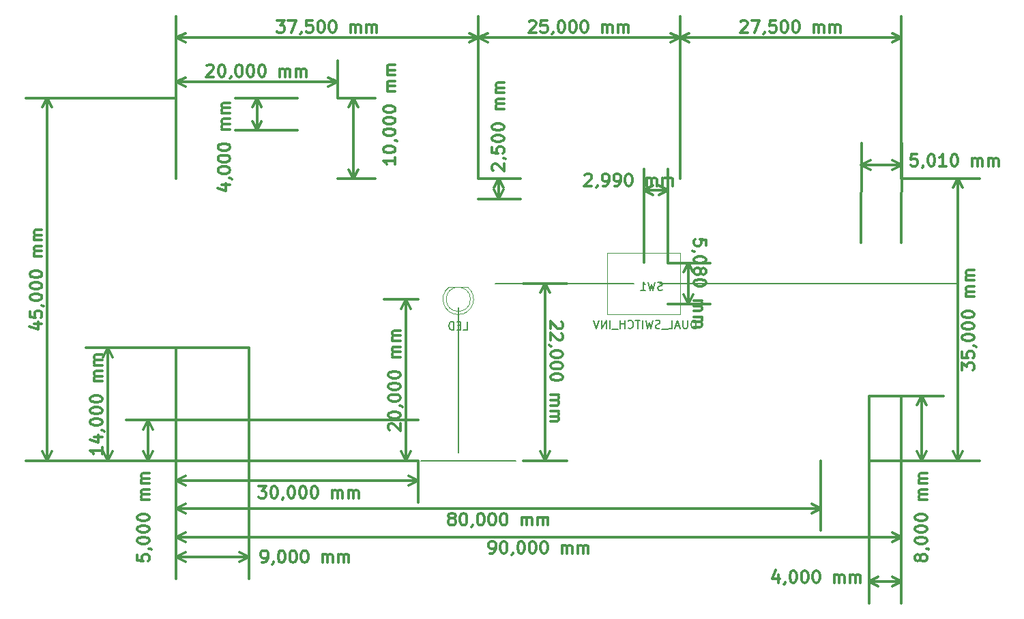
<source format=gbr>
G04 #@! TF.FileFunction,Other,Fab,Bot*
%FSLAX46Y46*%
G04 Gerber Fmt 4.6, Leading zero omitted, Abs format (unit mm)*
G04 Created by KiCad (PCBNEW 4.0.7) date 08/07/18 09:05:40*
%MOMM*%
%LPD*%
G01*
G04 APERTURE LIST*
%ADD10C,0.100000*%
%ADD11C,0.300000*%
%ADD12C,0.200000*%
%ADD13C,0.120000*%
%ADD14C,0.150000*%
G04 APERTURE END LIST*
D10*
D11*
X174714287Y-129178571D02*
X174714287Y-130178571D01*
X174357144Y-128607143D02*
X174000001Y-129678571D01*
X174928573Y-129678571D01*
X175571429Y-130107143D02*
X175571429Y-130178571D01*
X175500001Y-130321429D01*
X175428572Y-130392857D01*
X176500001Y-128678571D02*
X176642858Y-128678571D01*
X176785715Y-128750000D01*
X176857144Y-128821429D01*
X176928573Y-128964286D01*
X177000001Y-129250000D01*
X177000001Y-129607143D01*
X176928573Y-129892857D01*
X176857144Y-130035714D01*
X176785715Y-130107143D01*
X176642858Y-130178571D01*
X176500001Y-130178571D01*
X176357144Y-130107143D01*
X176285715Y-130035714D01*
X176214287Y-129892857D01*
X176142858Y-129607143D01*
X176142858Y-129250000D01*
X176214287Y-128964286D01*
X176285715Y-128821429D01*
X176357144Y-128750000D01*
X176500001Y-128678571D01*
X177928572Y-128678571D02*
X178071429Y-128678571D01*
X178214286Y-128750000D01*
X178285715Y-128821429D01*
X178357144Y-128964286D01*
X178428572Y-129250000D01*
X178428572Y-129607143D01*
X178357144Y-129892857D01*
X178285715Y-130035714D01*
X178214286Y-130107143D01*
X178071429Y-130178571D01*
X177928572Y-130178571D01*
X177785715Y-130107143D01*
X177714286Y-130035714D01*
X177642858Y-129892857D01*
X177571429Y-129607143D01*
X177571429Y-129250000D01*
X177642858Y-128964286D01*
X177714286Y-128821429D01*
X177785715Y-128750000D01*
X177928572Y-128678571D01*
X179357143Y-128678571D02*
X179500000Y-128678571D01*
X179642857Y-128750000D01*
X179714286Y-128821429D01*
X179785715Y-128964286D01*
X179857143Y-129250000D01*
X179857143Y-129607143D01*
X179785715Y-129892857D01*
X179714286Y-130035714D01*
X179642857Y-130107143D01*
X179500000Y-130178571D01*
X179357143Y-130178571D01*
X179214286Y-130107143D01*
X179142857Y-130035714D01*
X179071429Y-129892857D01*
X179000000Y-129607143D01*
X179000000Y-129250000D01*
X179071429Y-128964286D01*
X179142857Y-128821429D01*
X179214286Y-128750000D01*
X179357143Y-128678571D01*
X181642857Y-130178571D02*
X181642857Y-129178571D01*
X181642857Y-129321429D02*
X181714285Y-129250000D01*
X181857143Y-129178571D01*
X182071428Y-129178571D01*
X182214285Y-129250000D01*
X182285714Y-129392857D01*
X182285714Y-130178571D01*
X182285714Y-129392857D02*
X182357143Y-129250000D01*
X182500000Y-129178571D01*
X182714285Y-129178571D01*
X182857143Y-129250000D01*
X182928571Y-129392857D01*
X182928571Y-130178571D01*
X183642857Y-130178571D02*
X183642857Y-129178571D01*
X183642857Y-129321429D02*
X183714285Y-129250000D01*
X183857143Y-129178571D01*
X184071428Y-129178571D01*
X184214285Y-129250000D01*
X184285714Y-129392857D01*
X184285714Y-130178571D01*
X184285714Y-129392857D02*
X184357143Y-129250000D01*
X184500000Y-129178571D01*
X184714285Y-129178571D01*
X184857143Y-129250000D01*
X184928571Y-129392857D01*
X184928571Y-130178571D01*
X186000000Y-129999999D02*
X190000000Y-129999999D01*
X186000000Y-107000000D02*
X186000000Y-132699999D01*
X190000000Y-107000000D02*
X190000000Y-132699999D01*
X190000000Y-129999999D02*
X188873496Y-130586420D01*
X190000000Y-129999999D02*
X188873496Y-129413578D01*
X186000000Y-129999999D02*
X187126504Y-130586420D01*
X186000000Y-129999999D02*
X187126504Y-129413578D01*
X110642858Y-127678571D02*
X110928573Y-127678571D01*
X111071430Y-127607143D01*
X111142858Y-127535714D01*
X111285716Y-127321429D01*
X111357144Y-127035714D01*
X111357144Y-126464286D01*
X111285716Y-126321429D01*
X111214287Y-126250000D01*
X111071430Y-126178571D01*
X110785716Y-126178571D01*
X110642858Y-126250000D01*
X110571430Y-126321429D01*
X110500001Y-126464286D01*
X110500001Y-126821429D01*
X110571430Y-126964286D01*
X110642858Y-127035714D01*
X110785716Y-127107143D01*
X111071430Y-127107143D01*
X111214287Y-127035714D01*
X111285716Y-126964286D01*
X111357144Y-126821429D01*
X112071429Y-127607143D02*
X112071429Y-127678571D01*
X112000001Y-127821429D01*
X111928572Y-127892857D01*
X113000001Y-126178571D02*
X113142858Y-126178571D01*
X113285715Y-126250000D01*
X113357144Y-126321429D01*
X113428573Y-126464286D01*
X113500001Y-126750000D01*
X113500001Y-127107143D01*
X113428573Y-127392857D01*
X113357144Y-127535714D01*
X113285715Y-127607143D01*
X113142858Y-127678571D01*
X113000001Y-127678571D01*
X112857144Y-127607143D01*
X112785715Y-127535714D01*
X112714287Y-127392857D01*
X112642858Y-127107143D01*
X112642858Y-126750000D01*
X112714287Y-126464286D01*
X112785715Y-126321429D01*
X112857144Y-126250000D01*
X113000001Y-126178571D01*
X114428572Y-126178571D02*
X114571429Y-126178571D01*
X114714286Y-126250000D01*
X114785715Y-126321429D01*
X114857144Y-126464286D01*
X114928572Y-126750000D01*
X114928572Y-127107143D01*
X114857144Y-127392857D01*
X114785715Y-127535714D01*
X114714286Y-127607143D01*
X114571429Y-127678571D01*
X114428572Y-127678571D01*
X114285715Y-127607143D01*
X114214286Y-127535714D01*
X114142858Y-127392857D01*
X114071429Y-127107143D01*
X114071429Y-126750000D01*
X114142858Y-126464286D01*
X114214286Y-126321429D01*
X114285715Y-126250000D01*
X114428572Y-126178571D01*
X115857143Y-126178571D02*
X116000000Y-126178571D01*
X116142857Y-126250000D01*
X116214286Y-126321429D01*
X116285715Y-126464286D01*
X116357143Y-126750000D01*
X116357143Y-127107143D01*
X116285715Y-127392857D01*
X116214286Y-127535714D01*
X116142857Y-127607143D01*
X116000000Y-127678571D01*
X115857143Y-127678571D01*
X115714286Y-127607143D01*
X115642857Y-127535714D01*
X115571429Y-127392857D01*
X115500000Y-127107143D01*
X115500000Y-126750000D01*
X115571429Y-126464286D01*
X115642857Y-126321429D01*
X115714286Y-126250000D01*
X115857143Y-126178571D01*
X118142857Y-127678571D02*
X118142857Y-126678571D01*
X118142857Y-126821429D02*
X118214285Y-126750000D01*
X118357143Y-126678571D01*
X118571428Y-126678571D01*
X118714285Y-126750000D01*
X118785714Y-126892857D01*
X118785714Y-127678571D01*
X118785714Y-126892857D02*
X118857143Y-126750000D01*
X119000000Y-126678571D01*
X119214285Y-126678571D01*
X119357143Y-126750000D01*
X119428571Y-126892857D01*
X119428571Y-127678571D01*
X120142857Y-127678571D02*
X120142857Y-126678571D01*
X120142857Y-126821429D02*
X120214285Y-126750000D01*
X120357143Y-126678571D01*
X120571428Y-126678571D01*
X120714285Y-126750000D01*
X120785714Y-126892857D01*
X120785714Y-127678571D01*
X120785714Y-126892857D02*
X120857143Y-126750000D01*
X121000000Y-126678571D01*
X121214285Y-126678571D01*
X121357143Y-126750000D01*
X121428571Y-126892857D01*
X121428571Y-127678571D01*
X109000000Y-127000000D02*
X100000000Y-127000000D01*
X109000000Y-101000000D02*
X109000000Y-129700000D01*
X100000000Y-101000000D02*
X100000000Y-129700000D01*
X100000000Y-127000000D02*
X101126504Y-126413579D01*
X100000000Y-127000000D02*
X101126504Y-127586421D01*
X109000000Y-127000000D02*
X107873496Y-126413579D01*
X109000000Y-127000000D02*
X107873496Y-127586421D01*
X95178571Y-126714284D02*
X95178571Y-127428570D01*
X95892857Y-127499999D01*
X95821429Y-127428570D01*
X95750000Y-127285713D01*
X95750000Y-126928570D01*
X95821429Y-126785713D01*
X95892857Y-126714284D01*
X96035714Y-126642856D01*
X96392857Y-126642856D01*
X96535714Y-126714284D01*
X96607143Y-126785713D01*
X96678571Y-126928570D01*
X96678571Y-127285713D01*
X96607143Y-127428570D01*
X96535714Y-127499999D01*
X96607143Y-125928571D02*
X96678571Y-125928571D01*
X96821429Y-125999999D01*
X96892857Y-126071428D01*
X95178571Y-124999999D02*
X95178571Y-124857142D01*
X95250000Y-124714285D01*
X95321429Y-124642856D01*
X95464286Y-124571427D01*
X95750000Y-124499999D01*
X96107143Y-124499999D01*
X96392857Y-124571427D01*
X96535714Y-124642856D01*
X96607143Y-124714285D01*
X96678571Y-124857142D01*
X96678571Y-124999999D01*
X96607143Y-125142856D01*
X96535714Y-125214285D01*
X96392857Y-125285713D01*
X96107143Y-125357142D01*
X95750000Y-125357142D01*
X95464286Y-125285713D01*
X95321429Y-125214285D01*
X95250000Y-125142856D01*
X95178571Y-124999999D01*
X95178571Y-123571428D02*
X95178571Y-123428571D01*
X95250000Y-123285714D01*
X95321429Y-123214285D01*
X95464286Y-123142856D01*
X95750000Y-123071428D01*
X96107143Y-123071428D01*
X96392857Y-123142856D01*
X96535714Y-123214285D01*
X96607143Y-123285714D01*
X96678571Y-123428571D01*
X96678571Y-123571428D01*
X96607143Y-123714285D01*
X96535714Y-123785714D01*
X96392857Y-123857142D01*
X96107143Y-123928571D01*
X95750000Y-123928571D01*
X95464286Y-123857142D01*
X95321429Y-123785714D01*
X95250000Y-123714285D01*
X95178571Y-123571428D01*
X95178571Y-122142857D02*
X95178571Y-122000000D01*
X95250000Y-121857143D01*
X95321429Y-121785714D01*
X95464286Y-121714285D01*
X95750000Y-121642857D01*
X96107143Y-121642857D01*
X96392857Y-121714285D01*
X96535714Y-121785714D01*
X96607143Y-121857143D01*
X96678571Y-122000000D01*
X96678571Y-122142857D01*
X96607143Y-122285714D01*
X96535714Y-122357143D01*
X96392857Y-122428571D01*
X96107143Y-122500000D01*
X95750000Y-122500000D01*
X95464286Y-122428571D01*
X95321429Y-122357143D01*
X95250000Y-122285714D01*
X95178571Y-122142857D01*
X96678571Y-119857143D02*
X95678571Y-119857143D01*
X95821429Y-119857143D02*
X95750000Y-119785715D01*
X95678571Y-119642857D01*
X95678571Y-119428572D01*
X95750000Y-119285715D01*
X95892857Y-119214286D01*
X96678571Y-119214286D01*
X95892857Y-119214286D02*
X95750000Y-119142857D01*
X95678571Y-119000000D01*
X95678571Y-118785715D01*
X95750000Y-118642857D01*
X95892857Y-118571429D01*
X96678571Y-118571429D01*
X96678571Y-117857143D02*
X95678571Y-117857143D01*
X95821429Y-117857143D02*
X95750000Y-117785715D01*
X95678571Y-117642857D01*
X95678571Y-117428572D01*
X95750000Y-117285715D01*
X95892857Y-117214286D01*
X96678571Y-117214286D01*
X95892857Y-117214286D02*
X95750000Y-117142857D01*
X95678571Y-117000000D01*
X95678571Y-116785715D01*
X95750000Y-116642857D01*
X95892857Y-116571429D01*
X96678571Y-116571429D01*
X96500001Y-115000000D02*
X96500001Y-110000000D01*
X130000000Y-115000000D02*
X93800001Y-115000000D01*
X130000000Y-110000000D02*
X93800001Y-110000000D01*
X96500001Y-110000000D02*
X97086422Y-111126504D01*
X96500001Y-110000000D02*
X95913580Y-111126504D01*
X96500001Y-115000000D02*
X97086422Y-113873496D01*
X96500001Y-115000000D02*
X95913580Y-113873496D01*
X138928572Y-126528570D02*
X139214287Y-126528570D01*
X139357144Y-126457142D01*
X139428572Y-126385713D01*
X139571430Y-126171428D01*
X139642858Y-125885713D01*
X139642858Y-125314285D01*
X139571430Y-125171428D01*
X139500001Y-125099999D01*
X139357144Y-125028570D01*
X139071430Y-125028570D01*
X138928572Y-125099999D01*
X138857144Y-125171428D01*
X138785715Y-125314285D01*
X138785715Y-125671428D01*
X138857144Y-125814285D01*
X138928572Y-125885713D01*
X139071430Y-125957142D01*
X139357144Y-125957142D01*
X139500001Y-125885713D01*
X139571430Y-125814285D01*
X139642858Y-125671428D01*
X140571429Y-125028570D02*
X140714286Y-125028570D01*
X140857143Y-125099999D01*
X140928572Y-125171428D01*
X141000001Y-125314285D01*
X141071429Y-125599999D01*
X141071429Y-125957142D01*
X141000001Y-126242856D01*
X140928572Y-126385713D01*
X140857143Y-126457142D01*
X140714286Y-126528570D01*
X140571429Y-126528570D01*
X140428572Y-126457142D01*
X140357143Y-126385713D01*
X140285715Y-126242856D01*
X140214286Y-125957142D01*
X140214286Y-125599999D01*
X140285715Y-125314285D01*
X140357143Y-125171428D01*
X140428572Y-125099999D01*
X140571429Y-125028570D01*
X141785714Y-126457142D02*
X141785714Y-126528570D01*
X141714286Y-126671428D01*
X141642857Y-126742856D01*
X142714286Y-125028570D02*
X142857143Y-125028570D01*
X143000000Y-125099999D01*
X143071429Y-125171428D01*
X143142858Y-125314285D01*
X143214286Y-125599999D01*
X143214286Y-125957142D01*
X143142858Y-126242856D01*
X143071429Y-126385713D01*
X143000000Y-126457142D01*
X142857143Y-126528570D01*
X142714286Y-126528570D01*
X142571429Y-126457142D01*
X142500000Y-126385713D01*
X142428572Y-126242856D01*
X142357143Y-125957142D01*
X142357143Y-125599999D01*
X142428572Y-125314285D01*
X142500000Y-125171428D01*
X142571429Y-125099999D01*
X142714286Y-125028570D01*
X144142857Y-125028570D02*
X144285714Y-125028570D01*
X144428571Y-125099999D01*
X144500000Y-125171428D01*
X144571429Y-125314285D01*
X144642857Y-125599999D01*
X144642857Y-125957142D01*
X144571429Y-126242856D01*
X144500000Y-126385713D01*
X144428571Y-126457142D01*
X144285714Y-126528570D01*
X144142857Y-126528570D01*
X144000000Y-126457142D01*
X143928571Y-126385713D01*
X143857143Y-126242856D01*
X143785714Y-125957142D01*
X143785714Y-125599999D01*
X143857143Y-125314285D01*
X143928571Y-125171428D01*
X144000000Y-125099999D01*
X144142857Y-125028570D01*
X145571428Y-125028570D02*
X145714285Y-125028570D01*
X145857142Y-125099999D01*
X145928571Y-125171428D01*
X146000000Y-125314285D01*
X146071428Y-125599999D01*
X146071428Y-125957142D01*
X146000000Y-126242856D01*
X145928571Y-126385713D01*
X145857142Y-126457142D01*
X145714285Y-126528570D01*
X145571428Y-126528570D01*
X145428571Y-126457142D01*
X145357142Y-126385713D01*
X145285714Y-126242856D01*
X145214285Y-125957142D01*
X145214285Y-125599999D01*
X145285714Y-125314285D01*
X145357142Y-125171428D01*
X145428571Y-125099999D01*
X145571428Y-125028570D01*
X147857142Y-126528570D02*
X147857142Y-125528570D01*
X147857142Y-125671428D02*
X147928570Y-125599999D01*
X148071428Y-125528570D01*
X148285713Y-125528570D01*
X148428570Y-125599999D01*
X148499999Y-125742856D01*
X148499999Y-126528570D01*
X148499999Y-125742856D02*
X148571428Y-125599999D01*
X148714285Y-125528570D01*
X148928570Y-125528570D01*
X149071428Y-125599999D01*
X149142856Y-125742856D01*
X149142856Y-126528570D01*
X149857142Y-126528570D02*
X149857142Y-125528570D01*
X149857142Y-125671428D02*
X149928570Y-125599999D01*
X150071428Y-125528570D01*
X150285713Y-125528570D01*
X150428570Y-125599999D01*
X150499999Y-125742856D01*
X150499999Y-126528570D01*
X150499999Y-125742856D02*
X150571428Y-125599999D01*
X150714285Y-125528570D01*
X150928570Y-125528570D01*
X151071428Y-125599999D01*
X151142856Y-125742856D01*
X151142856Y-126528570D01*
X100000000Y-124499999D02*
X190000000Y-124499999D01*
X100000000Y-115000000D02*
X100000000Y-127199999D01*
X190000000Y-115000000D02*
X190000000Y-127199999D01*
X190000000Y-124499999D02*
X188873496Y-125086420D01*
X190000000Y-124499999D02*
X188873496Y-123913578D01*
X100000000Y-124499999D02*
X101126504Y-125086420D01*
X100000000Y-124499999D02*
X101126504Y-123913578D01*
X134071430Y-122171428D02*
X133928572Y-122099999D01*
X133857144Y-122028570D01*
X133785715Y-121885713D01*
X133785715Y-121814285D01*
X133857144Y-121671428D01*
X133928572Y-121599999D01*
X134071430Y-121528570D01*
X134357144Y-121528570D01*
X134500001Y-121599999D01*
X134571430Y-121671428D01*
X134642858Y-121814285D01*
X134642858Y-121885713D01*
X134571430Y-122028570D01*
X134500001Y-122099999D01*
X134357144Y-122171428D01*
X134071430Y-122171428D01*
X133928572Y-122242856D01*
X133857144Y-122314285D01*
X133785715Y-122457142D01*
X133785715Y-122742856D01*
X133857144Y-122885713D01*
X133928572Y-122957142D01*
X134071430Y-123028570D01*
X134357144Y-123028570D01*
X134500001Y-122957142D01*
X134571430Y-122885713D01*
X134642858Y-122742856D01*
X134642858Y-122457142D01*
X134571430Y-122314285D01*
X134500001Y-122242856D01*
X134357144Y-122171428D01*
X135571429Y-121528570D02*
X135714286Y-121528570D01*
X135857143Y-121599999D01*
X135928572Y-121671428D01*
X136000001Y-121814285D01*
X136071429Y-122099999D01*
X136071429Y-122457142D01*
X136000001Y-122742856D01*
X135928572Y-122885713D01*
X135857143Y-122957142D01*
X135714286Y-123028570D01*
X135571429Y-123028570D01*
X135428572Y-122957142D01*
X135357143Y-122885713D01*
X135285715Y-122742856D01*
X135214286Y-122457142D01*
X135214286Y-122099999D01*
X135285715Y-121814285D01*
X135357143Y-121671428D01*
X135428572Y-121599999D01*
X135571429Y-121528570D01*
X136785714Y-122957142D02*
X136785714Y-123028570D01*
X136714286Y-123171428D01*
X136642857Y-123242856D01*
X137714286Y-121528570D02*
X137857143Y-121528570D01*
X138000000Y-121599999D01*
X138071429Y-121671428D01*
X138142858Y-121814285D01*
X138214286Y-122099999D01*
X138214286Y-122457142D01*
X138142858Y-122742856D01*
X138071429Y-122885713D01*
X138000000Y-122957142D01*
X137857143Y-123028570D01*
X137714286Y-123028570D01*
X137571429Y-122957142D01*
X137500000Y-122885713D01*
X137428572Y-122742856D01*
X137357143Y-122457142D01*
X137357143Y-122099999D01*
X137428572Y-121814285D01*
X137500000Y-121671428D01*
X137571429Y-121599999D01*
X137714286Y-121528570D01*
X139142857Y-121528570D02*
X139285714Y-121528570D01*
X139428571Y-121599999D01*
X139500000Y-121671428D01*
X139571429Y-121814285D01*
X139642857Y-122099999D01*
X139642857Y-122457142D01*
X139571429Y-122742856D01*
X139500000Y-122885713D01*
X139428571Y-122957142D01*
X139285714Y-123028570D01*
X139142857Y-123028570D01*
X139000000Y-122957142D01*
X138928571Y-122885713D01*
X138857143Y-122742856D01*
X138785714Y-122457142D01*
X138785714Y-122099999D01*
X138857143Y-121814285D01*
X138928571Y-121671428D01*
X139000000Y-121599999D01*
X139142857Y-121528570D01*
X140571428Y-121528570D02*
X140714285Y-121528570D01*
X140857142Y-121599999D01*
X140928571Y-121671428D01*
X141000000Y-121814285D01*
X141071428Y-122099999D01*
X141071428Y-122457142D01*
X141000000Y-122742856D01*
X140928571Y-122885713D01*
X140857142Y-122957142D01*
X140714285Y-123028570D01*
X140571428Y-123028570D01*
X140428571Y-122957142D01*
X140357142Y-122885713D01*
X140285714Y-122742856D01*
X140214285Y-122457142D01*
X140214285Y-122099999D01*
X140285714Y-121814285D01*
X140357142Y-121671428D01*
X140428571Y-121599999D01*
X140571428Y-121528570D01*
X142857142Y-123028570D02*
X142857142Y-122028570D01*
X142857142Y-122171428D02*
X142928570Y-122099999D01*
X143071428Y-122028570D01*
X143285713Y-122028570D01*
X143428570Y-122099999D01*
X143499999Y-122242856D01*
X143499999Y-123028570D01*
X143499999Y-122242856D02*
X143571428Y-122099999D01*
X143714285Y-122028570D01*
X143928570Y-122028570D01*
X144071428Y-122099999D01*
X144142856Y-122242856D01*
X144142856Y-123028570D01*
X144857142Y-123028570D02*
X144857142Y-122028570D01*
X144857142Y-122171428D02*
X144928570Y-122099999D01*
X145071428Y-122028570D01*
X145285713Y-122028570D01*
X145428570Y-122099999D01*
X145499999Y-122242856D01*
X145499999Y-123028570D01*
X145499999Y-122242856D02*
X145571428Y-122099999D01*
X145714285Y-122028570D01*
X145928570Y-122028570D01*
X146071428Y-122099999D01*
X146142856Y-122242856D01*
X146142856Y-123028570D01*
X100000000Y-120999999D02*
X180000000Y-120999999D01*
X100000000Y-115000000D02*
X100000000Y-123699999D01*
X180000000Y-115000000D02*
X180000000Y-123699999D01*
X180000000Y-120999999D02*
X178873496Y-121586420D01*
X180000000Y-120999999D02*
X178873496Y-120413578D01*
X100000000Y-120999999D02*
X101126504Y-121586420D01*
X100000000Y-120999999D02*
X101126504Y-120413578D01*
X110214287Y-118178571D02*
X111142858Y-118178571D01*
X110642858Y-118750000D01*
X110857144Y-118750000D01*
X111000001Y-118821429D01*
X111071430Y-118892857D01*
X111142858Y-119035714D01*
X111142858Y-119392857D01*
X111071430Y-119535714D01*
X111000001Y-119607143D01*
X110857144Y-119678571D01*
X110428572Y-119678571D01*
X110285715Y-119607143D01*
X110214287Y-119535714D01*
X112071429Y-118178571D02*
X112214286Y-118178571D01*
X112357143Y-118250000D01*
X112428572Y-118321429D01*
X112500001Y-118464286D01*
X112571429Y-118750000D01*
X112571429Y-119107143D01*
X112500001Y-119392857D01*
X112428572Y-119535714D01*
X112357143Y-119607143D01*
X112214286Y-119678571D01*
X112071429Y-119678571D01*
X111928572Y-119607143D01*
X111857143Y-119535714D01*
X111785715Y-119392857D01*
X111714286Y-119107143D01*
X111714286Y-118750000D01*
X111785715Y-118464286D01*
X111857143Y-118321429D01*
X111928572Y-118250000D01*
X112071429Y-118178571D01*
X113285714Y-119607143D02*
X113285714Y-119678571D01*
X113214286Y-119821429D01*
X113142857Y-119892857D01*
X114214286Y-118178571D02*
X114357143Y-118178571D01*
X114500000Y-118250000D01*
X114571429Y-118321429D01*
X114642858Y-118464286D01*
X114714286Y-118750000D01*
X114714286Y-119107143D01*
X114642858Y-119392857D01*
X114571429Y-119535714D01*
X114500000Y-119607143D01*
X114357143Y-119678571D01*
X114214286Y-119678571D01*
X114071429Y-119607143D01*
X114000000Y-119535714D01*
X113928572Y-119392857D01*
X113857143Y-119107143D01*
X113857143Y-118750000D01*
X113928572Y-118464286D01*
X114000000Y-118321429D01*
X114071429Y-118250000D01*
X114214286Y-118178571D01*
X115642857Y-118178571D02*
X115785714Y-118178571D01*
X115928571Y-118250000D01*
X116000000Y-118321429D01*
X116071429Y-118464286D01*
X116142857Y-118750000D01*
X116142857Y-119107143D01*
X116071429Y-119392857D01*
X116000000Y-119535714D01*
X115928571Y-119607143D01*
X115785714Y-119678571D01*
X115642857Y-119678571D01*
X115500000Y-119607143D01*
X115428571Y-119535714D01*
X115357143Y-119392857D01*
X115285714Y-119107143D01*
X115285714Y-118750000D01*
X115357143Y-118464286D01*
X115428571Y-118321429D01*
X115500000Y-118250000D01*
X115642857Y-118178571D01*
X117071428Y-118178571D02*
X117214285Y-118178571D01*
X117357142Y-118250000D01*
X117428571Y-118321429D01*
X117500000Y-118464286D01*
X117571428Y-118750000D01*
X117571428Y-119107143D01*
X117500000Y-119392857D01*
X117428571Y-119535714D01*
X117357142Y-119607143D01*
X117214285Y-119678571D01*
X117071428Y-119678571D01*
X116928571Y-119607143D01*
X116857142Y-119535714D01*
X116785714Y-119392857D01*
X116714285Y-119107143D01*
X116714285Y-118750000D01*
X116785714Y-118464286D01*
X116857142Y-118321429D01*
X116928571Y-118250000D01*
X117071428Y-118178571D01*
X119357142Y-119678571D02*
X119357142Y-118678571D01*
X119357142Y-118821429D02*
X119428570Y-118750000D01*
X119571428Y-118678571D01*
X119785713Y-118678571D01*
X119928570Y-118750000D01*
X119999999Y-118892857D01*
X119999999Y-119678571D01*
X119999999Y-118892857D02*
X120071428Y-118750000D01*
X120214285Y-118678571D01*
X120428570Y-118678571D01*
X120571428Y-118750000D01*
X120642856Y-118892857D01*
X120642856Y-119678571D01*
X121357142Y-119678571D02*
X121357142Y-118678571D01*
X121357142Y-118821429D02*
X121428570Y-118750000D01*
X121571428Y-118678571D01*
X121785713Y-118678571D01*
X121928570Y-118750000D01*
X121999999Y-118892857D01*
X121999999Y-119678571D01*
X121999999Y-118892857D02*
X122071428Y-118750000D01*
X122214285Y-118678571D01*
X122428570Y-118678571D01*
X122571428Y-118750000D01*
X122642856Y-118892857D01*
X122642856Y-119678571D01*
X130000000Y-117500000D02*
X100000000Y-117500000D01*
X130000000Y-115000000D02*
X130000000Y-120200000D01*
X100000000Y-115000000D02*
X100000000Y-120200000D01*
X100000000Y-117500000D02*
X101126504Y-116913579D01*
X100000000Y-117500000D02*
X101126504Y-118086421D01*
X130000000Y-117500000D02*
X128873496Y-116913579D01*
X130000000Y-117500000D02*
X128873496Y-118086421D01*
X170035715Y-60471429D02*
X170107144Y-60400000D01*
X170250001Y-60328571D01*
X170607144Y-60328571D01*
X170750001Y-60400000D01*
X170821430Y-60471429D01*
X170892858Y-60614286D01*
X170892858Y-60757143D01*
X170821430Y-60971429D01*
X169964287Y-61828571D01*
X170892858Y-61828571D01*
X171392858Y-60328571D02*
X172392858Y-60328571D01*
X171750001Y-61828571D01*
X173035714Y-61757143D02*
X173035714Y-61828571D01*
X172964286Y-61971429D01*
X172892857Y-62042857D01*
X174392858Y-60328571D02*
X173678572Y-60328571D01*
X173607143Y-61042857D01*
X173678572Y-60971429D01*
X173821429Y-60900000D01*
X174178572Y-60900000D01*
X174321429Y-60971429D01*
X174392858Y-61042857D01*
X174464286Y-61185714D01*
X174464286Y-61542857D01*
X174392858Y-61685714D01*
X174321429Y-61757143D01*
X174178572Y-61828571D01*
X173821429Y-61828571D01*
X173678572Y-61757143D01*
X173607143Y-61685714D01*
X175392857Y-60328571D02*
X175535714Y-60328571D01*
X175678571Y-60400000D01*
X175750000Y-60471429D01*
X175821429Y-60614286D01*
X175892857Y-60900000D01*
X175892857Y-61257143D01*
X175821429Y-61542857D01*
X175750000Y-61685714D01*
X175678571Y-61757143D01*
X175535714Y-61828571D01*
X175392857Y-61828571D01*
X175250000Y-61757143D01*
X175178571Y-61685714D01*
X175107143Y-61542857D01*
X175035714Y-61257143D01*
X175035714Y-60900000D01*
X175107143Y-60614286D01*
X175178571Y-60471429D01*
X175250000Y-60400000D01*
X175392857Y-60328571D01*
X176821428Y-60328571D02*
X176964285Y-60328571D01*
X177107142Y-60400000D01*
X177178571Y-60471429D01*
X177250000Y-60614286D01*
X177321428Y-60900000D01*
X177321428Y-61257143D01*
X177250000Y-61542857D01*
X177178571Y-61685714D01*
X177107142Y-61757143D01*
X176964285Y-61828571D01*
X176821428Y-61828571D01*
X176678571Y-61757143D01*
X176607142Y-61685714D01*
X176535714Y-61542857D01*
X176464285Y-61257143D01*
X176464285Y-60900000D01*
X176535714Y-60614286D01*
X176607142Y-60471429D01*
X176678571Y-60400000D01*
X176821428Y-60328571D01*
X179107142Y-61828571D02*
X179107142Y-60828571D01*
X179107142Y-60971429D02*
X179178570Y-60900000D01*
X179321428Y-60828571D01*
X179535713Y-60828571D01*
X179678570Y-60900000D01*
X179749999Y-61042857D01*
X179749999Y-61828571D01*
X179749999Y-61042857D02*
X179821428Y-60900000D01*
X179964285Y-60828571D01*
X180178570Y-60828571D01*
X180321428Y-60900000D01*
X180392856Y-61042857D01*
X180392856Y-61828571D01*
X181107142Y-61828571D02*
X181107142Y-60828571D01*
X181107142Y-60971429D02*
X181178570Y-60900000D01*
X181321428Y-60828571D01*
X181535713Y-60828571D01*
X181678570Y-60900000D01*
X181749999Y-61042857D01*
X181749999Y-61828571D01*
X181749999Y-61042857D02*
X181821428Y-60900000D01*
X181964285Y-60828571D01*
X182178570Y-60828571D01*
X182321428Y-60900000D01*
X182392856Y-61042857D01*
X182392856Y-61828571D01*
X162500000Y-62500000D02*
X190000000Y-62500000D01*
X162500000Y-80000000D02*
X162500000Y-59800000D01*
X190000000Y-80000000D02*
X190000000Y-59800000D01*
X190000000Y-62500000D02*
X188873496Y-63086421D01*
X190000000Y-62500000D02*
X188873496Y-61913579D01*
X162500000Y-62500000D02*
X163626504Y-63086421D01*
X162500000Y-62500000D02*
X163626504Y-61913579D01*
X143785715Y-60471430D02*
X143857144Y-60400001D01*
X144000001Y-60328572D01*
X144357144Y-60328572D01*
X144500001Y-60400001D01*
X144571430Y-60471430D01*
X144642858Y-60614287D01*
X144642858Y-60757144D01*
X144571430Y-60971430D01*
X143714287Y-61828572D01*
X144642858Y-61828572D01*
X146000001Y-60328572D02*
X145285715Y-60328572D01*
X145214286Y-61042858D01*
X145285715Y-60971430D01*
X145428572Y-60900001D01*
X145785715Y-60900001D01*
X145928572Y-60971430D01*
X146000001Y-61042858D01*
X146071429Y-61185715D01*
X146071429Y-61542858D01*
X146000001Y-61685715D01*
X145928572Y-61757144D01*
X145785715Y-61828572D01*
X145428572Y-61828572D01*
X145285715Y-61757144D01*
X145214286Y-61685715D01*
X146785714Y-61757144D02*
X146785714Y-61828572D01*
X146714286Y-61971430D01*
X146642857Y-62042858D01*
X147714286Y-60328572D02*
X147857143Y-60328572D01*
X148000000Y-60400001D01*
X148071429Y-60471430D01*
X148142858Y-60614287D01*
X148214286Y-60900001D01*
X148214286Y-61257144D01*
X148142858Y-61542858D01*
X148071429Y-61685715D01*
X148000000Y-61757144D01*
X147857143Y-61828572D01*
X147714286Y-61828572D01*
X147571429Y-61757144D01*
X147500000Y-61685715D01*
X147428572Y-61542858D01*
X147357143Y-61257144D01*
X147357143Y-60900001D01*
X147428572Y-60614287D01*
X147500000Y-60471430D01*
X147571429Y-60400001D01*
X147714286Y-60328572D01*
X149142857Y-60328572D02*
X149285714Y-60328572D01*
X149428571Y-60400001D01*
X149500000Y-60471430D01*
X149571429Y-60614287D01*
X149642857Y-60900001D01*
X149642857Y-61257144D01*
X149571429Y-61542858D01*
X149500000Y-61685715D01*
X149428571Y-61757144D01*
X149285714Y-61828572D01*
X149142857Y-61828572D01*
X149000000Y-61757144D01*
X148928571Y-61685715D01*
X148857143Y-61542858D01*
X148785714Y-61257144D01*
X148785714Y-60900001D01*
X148857143Y-60614287D01*
X148928571Y-60471430D01*
X149000000Y-60400001D01*
X149142857Y-60328572D01*
X150571428Y-60328572D02*
X150714285Y-60328572D01*
X150857142Y-60400001D01*
X150928571Y-60471430D01*
X151000000Y-60614287D01*
X151071428Y-60900001D01*
X151071428Y-61257144D01*
X151000000Y-61542858D01*
X150928571Y-61685715D01*
X150857142Y-61757144D01*
X150714285Y-61828572D01*
X150571428Y-61828572D01*
X150428571Y-61757144D01*
X150357142Y-61685715D01*
X150285714Y-61542858D01*
X150214285Y-61257144D01*
X150214285Y-60900001D01*
X150285714Y-60614287D01*
X150357142Y-60471430D01*
X150428571Y-60400001D01*
X150571428Y-60328572D01*
X152857142Y-61828572D02*
X152857142Y-60828572D01*
X152857142Y-60971430D02*
X152928570Y-60900001D01*
X153071428Y-60828572D01*
X153285713Y-60828572D01*
X153428570Y-60900001D01*
X153499999Y-61042858D01*
X153499999Y-61828572D01*
X153499999Y-61042858D02*
X153571428Y-60900001D01*
X153714285Y-60828572D01*
X153928570Y-60828572D01*
X154071428Y-60900001D01*
X154142856Y-61042858D01*
X154142856Y-61828572D01*
X154857142Y-61828572D02*
X154857142Y-60828572D01*
X154857142Y-60971430D02*
X154928570Y-60900001D01*
X155071428Y-60828572D01*
X155285713Y-60828572D01*
X155428570Y-60900001D01*
X155499999Y-61042858D01*
X155499999Y-61828572D01*
X155499999Y-61042858D02*
X155571428Y-60900001D01*
X155714285Y-60828572D01*
X155928570Y-60828572D01*
X156071428Y-60900001D01*
X156142856Y-61042858D01*
X156142856Y-61828572D01*
X162500000Y-62500001D02*
X137500000Y-62500001D01*
X162500000Y-80000000D02*
X162500000Y-59800001D01*
X137500000Y-80000000D02*
X137500000Y-59800001D01*
X137500000Y-62500001D02*
X138626504Y-61913580D01*
X137500000Y-62500001D02*
X138626504Y-63086422D01*
X162500000Y-62500001D02*
X161373496Y-61913580D01*
X162500000Y-62500001D02*
X161373496Y-63086422D01*
X112464287Y-60328572D02*
X113392858Y-60328572D01*
X112892858Y-60900001D01*
X113107144Y-60900001D01*
X113250001Y-60971430D01*
X113321430Y-61042858D01*
X113392858Y-61185715D01*
X113392858Y-61542858D01*
X113321430Y-61685715D01*
X113250001Y-61757144D01*
X113107144Y-61828572D01*
X112678572Y-61828572D01*
X112535715Y-61757144D01*
X112464287Y-61685715D01*
X113892858Y-60328572D02*
X114892858Y-60328572D01*
X114250001Y-61828572D01*
X115535714Y-61757144D02*
X115535714Y-61828572D01*
X115464286Y-61971430D01*
X115392857Y-62042858D01*
X116892858Y-60328572D02*
X116178572Y-60328572D01*
X116107143Y-61042858D01*
X116178572Y-60971430D01*
X116321429Y-60900001D01*
X116678572Y-60900001D01*
X116821429Y-60971430D01*
X116892858Y-61042858D01*
X116964286Y-61185715D01*
X116964286Y-61542858D01*
X116892858Y-61685715D01*
X116821429Y-61757144D01*
X116678572Y-61828572D01*
X116321429Y-61828572D01*
X116178572Y-61757144D01*
X116107143Y-61685715D01*
X117892857Y-60328572D02*
X118035714Y-60328572D01*
X118178571Y-60400001D01*
X118250000Y-60471430D01*
X118321429Y-60614287D01*
X118392857Y-60900001D01*
X118392857Y-61257144D01*
X118321429Y-61542858D01*
X118250000Y-61685715D01*
X118178571Y-61757144D01*
X118035714Y-61828572D01*
X117892857Y-61828572D01*
X117750000Y-61757144D01*
X117678571Y-61685715D01*
X117607143Y-61542858D01*
X117535714Y-61257144D01*
X117535714Y-60900001D01*
X117607143Y-60614287D01*
X117678571Y-60471430D01*
X117750000Y-60400001D01*
X117892857Y-60328572D01*
X119321428Y-60328572D02*
X119464285Y-60328572D01*
X119607142Y-60400001D01*
X119678571Y-60471430D01*
X119750000Y-60614287D01*
X119821428Y-60900001D01*
X119821428Y-61257144D01*
X119750000Y-61542858D01*
X119678571Y-61685715D01*
X119607142Y-61757144D01*
X119464285Y-61828572D01*
X119321428Y-61828572D01*
X119178571Y-61757144D01*
X119107142Y-61685715D01*
X119035714Y-61542858D01*
X118964285Y-61257144D01*
X118964285Y-60900001D01*
X119035714Y-60614287D01*
X119107142Y-60471430D01*
X119178571Y-60400001D01*
X119321428Y-60328572D01*
X121607142Y-61828572D02*
X121607142Y-60828572D01*
X121607142Y-60971430D02*
X121678570Y-60900001D01*
X121821428Y-60828572D01*
X122035713Y-60828572D01*
X122178570Y-60900001D01*
X122249999Y-61042858D01*
X122249999Y-61828572D01*
X122249999Y-61042858D02*
X122321428Y-60900001D01*
X122464285Y-60828572D01*
X122678570Y-60828572D01*
X122821428Y-60900001D01*
X122892856Y-61042858D01*
X122892856Y-61828572D01*
X123607142Y-61828572D02*
X123607142Y-60828572D01*
X123607142Y-60971430D02*
X123678570Y-60900001D01*
X123821428Y-60828572D01*
X124035713Y-60828572D01*
X124178570Y-60900001D01*
X124249999Y-61042858D01*
X124249999Y-61828572D01*
X124249999Y-61042858D02*
X124321428Y-60900001D01*
X124464285Y-60828572D01*
X124678570Y-60828572D01*
X124821428Y-60900001D01*
X124892856Y-61042858D01*
X124892856Y-61828572D01*
X137500000Y-62500001D02*
X100000000Y-62500001D01*
X137500000Y-80000000D02*
X137500000Y-59800001D01*
X100000000Y-80000000D02*
X100000000Y-59800001D01*
X100000000Y-62500001D02*
X101126504Y-61913580D01*
X100000000Y-62500001D02*
X101126504Y-63086422D01*
X137500000Y-62500001D02*
X136373496Y-61913580D01*
X137500000Y-62500001D02*
X136373496Y-63086422D01*
X103785715Y-65971429D02*
X103857144Y-65900000D01*
X104000001Y-65828571D01*
X104357144Y-65828571D01*
X104500001Y-65900000D01*
X104571430Y-65971429D01*
X104642858Y-66114286D01*
X104642858Y-66257143D01*
X104571430Y-66471429D01*
X103714287Y-67328571D01*
X104642858Y-67328571D01*
X105571429Y-65828571D02*
X105714286Y-65828571D01*
X105857143Y-65900000D01*
X105928572Y-65971429D01*
X106000001Y-66114286D01*
X106071429Y-66400000D01*
X106071429Y-66757143D01*
X106000001Y-67042857D01*
X105928572Y-67185714D01*
X105857143Y-67257143D01*
X105714286Y-67328571D01*
X105571429Y-67328571D01*
X105428572Y-67257143D01*
X105357143Y-67185714D01*
X105285715Y-67042857D01*
X105214286Y-66757143D01*
X105214286Y-66400000D01*
X105285715Y-66114286D01*
X105357143Y-65971429D01*
X105428572Y-65900000D01*
X105571429Y-65828571D01*
X106785714Y-67257143D02*
X106785714Y-67328571D01*
X106714286Y-67471429D01*
X106642857Y-67542857D01*
X107714286Y-65828571D02*
X107857143Y-65828571D01*
X108000000Y-65900000D01*
X108071429Y-65971429D01*
X108142858Y-66114286D01*
X108214286Y-66400000D01*
X108214286Y-66757143D01*
X108142858Y-67042857D01*
X108071429Y-67185714D01*
X108000000Y-67257143D01*
X107857143Y-67328571D01*
X107714286Y-67328571D01*
X107571429Y-67257143D01*
X107500000Y-67185714D01*
X107428572Y-67042857D01*
X107357143Y-66757143D01*
X107357143Y-66400000D01*
X107428572Y-66114286D01*
X107500000Y-65971429D01*
X107571429Y-65900000D01*
X107714286Y-65828571D01*
X109142857Y-65828571D02*
X109285714Y-65828571D01*
X109428571Y-65900000D01*
X109500000Y-65971429D01*
X109571429Y-66114286D01*
X109642857Y-66400000D01*
X109642857Y-66757143D01*
X109571429Y-67042857D01*
X109500000Y-67185714D01*
X109428571Y-67257143D01*
X109285714Y-67328571D01*
X109142857Y-67328571D01*
X109000000Y-67257143D01*
X108928571Y-67185714D01*
X108857143Y-67042857D01*
X108785714Y-66757143D01*
X108785714Y-66400000D01*
X108857143Y-66114286D01*
X108928571Y-65971429D01*
X109000000Y-65900000D01*
X109142857Y-65828571D01*
X110571428Y-65828571D02*
X110714285Y-65828571D01*
X110857142Y-65900000D01*
X110928571Y-65971429D01*
X111000000Y-66114286D01*
X111071428Y-66400000D01*
X111071428Y-66757143D01*
X111000000Y-67042857D01*
X110928571Y-67185714D01*
X110857142Y-67257143D01*
X110714285Y-67328571D01*
X110571428Y-67328571D01*
X110428571Y-67257143D01*
X110357142Y-67185714D01*
X110285714Y-67042857D01*
X110214285Y-66757143D01*
X110214285Y-66400000D01*
X110285714Y-66114286D01*
X110357142Y-65971429D01*
X110428571Y-65900000D01*
X110571428Y-65828571D01*
X112857142Y-67328571D02*
X112857142Y-66328571D01*
X112857142Y-66471429D02*
X112928570Y-66400000D01*
X113071428Y-66328571D01*
X113285713Y-66328571D01*
X113428570Y-66400000D01*
X113499999Y-66542857D01*
X113499999Y-67328571D01*
X113499999Y-66542857D02*
X113571428Y-66400000D01*
X113714285Y-66328571D01*
X113928570Y-66328571D01*
X114071428Y-66400000D01*
X114142856Y-66542857D01*
X114142856Y-67328571D01*
X114857142Y-67328571D02*
X114857142Y-66328571D01*
X114857142Y-66471429D02*
X114928570Y-66400000D01*
X115071428Y-66328571D01*
X115285713Y-66328571D01*
X115428570Y-66400000D01*
X115499999Y-66542857D01*
X115499999Y-67328571D01*
X115499999Y-66542857D02*
X115571428Y-66400000D01*
X115714285Y-66328571D01*
X115928570Y-66328571D01*
X116071428Y-66400000D01*
X116142856Y-66542857D01*
X116142856Y-67328571D01*
X100000000Y-68000000D02*
X120000000Y-68000000D01*
X100000000Y-70000000D02*
X100000000Y-65300000D01*
X120000000Y-70000000D02*
X120000000Y-65300000D01*
X120000000Y-68000000D02*
X118873496Y-68586421D01*
X120000000Y-68000000D02*
X118873496Y-67413579D01*
X100000000Y-68000000D02*
X101126504Y-68586421D01*
X100000000Y-68000000D02*
X101126504Y-67413579D01*
X82328571Y-97999999D02*
X83328571Y-97999999D01*
X81757143Y-98357142D02*
X82828571Y-98714285D01*
X82828571Y-97785713D01*
X81828571Y-96499999D02*
X81828571Y-97214285D01*
X82542857Y-97285714D01*
X82471429Y-97214285D01*
X82400000Y-97071428D01*
X82400000Y-96714285D01*
X82471429Y-96571428D01*
X82542857Y-96499999D01*
X82685714Y-96428571D01*
X83042857Y-96428571D01*
X83185714Y-96499999D01*
X83257143Y-96571428D01*
X83328571Y-96714285D01*
X83328571Y-97071428D01*
X83257143Y-97214285D01*
X83185714Y-97285714D01*
X83257143Y-95714286D02*
X83328571Y-95714286D01*
X83471429Y-95785714D01*
X83542857Y-95857143D01*
X81828571Y-94785714D02*
X81828571Y-94642857D01*
X81900000Y-94500000D01*
X81971429Y-94428571D01*
X82114286Y-94357142D01*
X82400000Y-94285714D01*
X82757143Y-94285714D01*
X83042857Y-94357142D01*
X83185714Y-94428571D01*
X83257143Y-94500000D01*
X83328571Y-94642857D01*
X83328571Y-94785714D01*
X83257143Y-94928571D01*
X83185714Y-95000000D01*
X83042857Y-95071428D01*
X82757143Y-95142857D01*
X82400000Y-95142857D01*
X82114286Y-95071428D01*
X81971429Y-95000000D01*
X81900000Y-94928571D01*
X81828571Y-94785714D01*
X81828571Y-93357143D02*
X81828571Y-93214286D01*
X81900000Y-93071429D01*
X81971429Y-93000000D01*
X82114286Y-92928571D01*
X82400000Y-92857143D01*
X82757143Y-92857143D01*
X83042857Y-92928571D01*
X83185714Y-93000000D01*
X83257143Y-93071429D01*
X83328571Y-93214286D01*
X83328571Y-93357143D01*
X83257143Y-93500000D01*
X83185714Y-93571429D01*
X83042857Y-93642857D01*
X82757143Y-93714286D01*
X82400000Y-93714286D01*
X82114286Y-93642857D01*
X81971429Y-93571429D01*
X81900000Y-93500000D01*
X81828571Y-93357143D01*
X81828571Y-91928572D02*
X81828571Y-91785715D01*
X81900000Y-91642858D01*
X81971429Y-91571429D01*
X82114286Y-91500000D01*
X82400000Y-91428572D01*
X82757143Y-91428572D01*
X83042857Y-91500000D01*
X83185714Y-91571429D01*
X83257143Y-91642858D01*
X83328571Y-91785715D01*
X83328571Y-91928572D01*
X83257143Y-92071429D01*
X83185714Y-92142858D01*
X83042857Y-92214286D01*
X82757143Y-92285715D01*
X82400000Y-92285715D01*
X82114286Y-92214286D01*
X81971429Y-92142858D01*
X81900000Y-92071429D01*
X81828571Y-91928572D01*
X83328571Y-89642858D02*
X82328571Y-89642858D01*
X82471429Y-89642858D02*
X82400000Y-89571430D01*
X82328571Y-89428572D01*
X82328571Y-89214287D01*
X82400000Y-89071430D01*
X82542857Y-89000001D01*
X83328571Y-89000001D01*
X82542857Y-89000001D02*
X82400000Y-88928572D01*
X82328571Y-88785715D01*
X82328571Y-88571430D01*
X82400000Y-88428572D01*
X82542857Y-88357144D01*
X83328571Y-88357144D01*
X83328571Y-87642858D02*
X82328571Y-87642858D01*
X82471429Y-87642858D02*
X82400000Y-87571430D01*
X82328571Y-87428572D01*
X82328571Y-87214287D01*
X82400000Y-87071430D01*
X82542857Y-87000001D01*
X83328571Y-87000001D01*
X82542857Y-87000001D02*
X82400000Y-86928572D01*
X82328571Y-86785715D01*
X82328571Y-86571430D01*
X82400000Y-86428572D01*
X82542857Y-86357144D01*
X83328571Y-86357144D01*
X84000000Y-115000000D02*
X84000000Y-70000000D01*
X100000000Y-115000000D02*
X81300000Y-115000000D01*
X100000000Y-70000000D02*
X81300000Y-70000000D01*
X84000000Y-70000000D02*
X84586421Y-71126504D01*
X84000000Y-70000000D02*
X83413579Y-71126504D01*
X84000000Y-115000000D02*
X84586421Y-113873496D01*
X84000000Y-115000000D02*
X83413579Y-113873496D01*
X105678571Y-80785713D02*
X106678571Y-80785713D01*
X105107143Y-81142856D02*
X106178571Y-81499999D01*
X106178571Y-80571427D01*
X106607143Y-79928571D02*
X106678571Y-79928571D01*
X106821429Y-79999999D01*
X106892857Y-80071428D01*
X105178571Y-78999999D02*
X105178571Y-78857142D01*
X105250000Y-78714285D01*
X105321429Y-78642856D01*
X105464286Y-78571427D01*
X105750000Y-78499999D01*
X106107143Y-78499999D01*
X106392857Y-78571427D01*
X106535714Y-78642856D01*
X106607143Y-78714285D01*
X106678571Y-78857142D01*
X106678571Y-78999999D01*
X106607143Y-79142856D01*
X106535714Y-79214285D01*
X106392857Y-79285713D01*
X106107143Y-79357142D01*
X105750000Y-79357142D01*
X105464286Y-79285713D01*
X105321429Y-79214285D01*
X105250000Y-79142856D01*
X105178571Y-78999999D01*
X105178571Y-77571428D02*
X105178571Y-77428571D01*
X105250000Y-77285714D01*
X105321429Y-77214285D01*
X105464286Y-77142856D01*
X105750000Y-77071428D01*
X106107143Y-77071428D01*
X106392857Y-77142856D01*
X106535714Y-77214285D01*
X106607143Y-77285714D01*
X106678571Y-77428571D01*
X106678571Y-77571428D01*
X106607143Y-77714285D01*
X106535714Y-77785714D01*
X106392857Y-77857142D01*
X106107143Y-77928571D01*
X105750000Y-77928571D01*
X105464286Y-77857142D01*
X105321429Y-77785714D01*
X105250000Y-77714285D01*
X105178571Y-77571428D01*
X105178571Y-76142857D02*
X105178571Y-76000000D01*
X105250000Y-75857143D01*
X105321429Y-75785714D01*
X105464286Y-75714285D01*
X105750000Y-75642857D01*
X106107143Y-75642857D01*
X106392857Y-75714285D01*
X106535714Y-75785714D01*
X106607143Y-75857143D01*
X106678571Y-76000000D01*
X106678571Y-76142857D01*
X106607143Y-76285714D01*
X106535714Y-76357143D01*
X106392857Y-76428571D01*
X106107143Y-76500000D01*
X105750000Y-76500000D01*
X105464286Y-76428571D01*
X105321429Y-76357143D01*
X105250000Y-76285714D01*
X105178571Y-76142857D01*
X106678571Y-73857143D02*
X105678571Y-73857143D01*
X105821429Y-73857143D02*
X105750000Y-73785715D01*
X105678571Y-73642857D01*
X105678571Y-73428572D01*
X105750000Y-73285715D01*
X105892857Y-73214286D01*
X106678571Y-73214286D01*
X105892857Y-73214286D02*
X105750000Y-73142857D01*
X105678571Y-73000000D01*
X105678571Y-72785715D01*
X105750000Y-72642857D01*
X105892857Y-72571429D01*
X106678571Y-72571429D01*
X106678571Y-71857143D02*
X105678571Y-71857143D01*
X105821429Y-71857143D02*
X105750000Y-71785715D01*
X105678571Y-71642857D01*
X105678571Y-71428572D01*
X105750000Y-71285715D01*
X105892857Y-71214286D01*
X106678571Y-71214286D01*
X105892857Y-71214286D02*
X105750000Y-71142857D01*
X105678571Y-71000000D01*
X105678571Y-70785715D01*
X105750000Y-70642857D01*
X105892857Y-70571429D01*
X106678571Y-70571429D01*
X110000000Y-74000000D02*
X110000000Y-70000000D01*
X115000000Y-74000000D02*
X107300000Y-74000000D01*
X115000000Y-70000000D02*
X107300000Y-70000000D01*
X110000000Y-70000000D02*
X110586421Y-71126504D01*
X110000000Y-70000000D02*
X109413579Y-71126504D01*
X110000000Y-74000000D02*
X110586421Y-72873496D01*
X110000000Y-74000000D02*
X109413579Y-72873496D01*
X150710001Y-79521429D02*
X150781430Y-79450000D01*
X150924287Y-79378571D01*
X151281430Y-79378571D01*
X151424287Y-79450000D01*
X151495716Y-79521429D01*
X151567144Y-79664286D01*
X151567144Y-79807143D01*
X151495716Y-80021429D01*
X150638573Y-80878571D01*
X151567144Y-80878571D01*
X152281429Y-80807143D02*
X152281429Y-80878571D01*
X152210001Y-81021429D01*
X152138572Y-81092857D01*
X152995715Y-80878571D02*
X153281430Y-80878571D01*
X153424287Y-80807143D01*
X153495715Y-80735714D01*
X153638573Y-80521429D01*
X153710001Y-80235714D01*
X153710001Y-79664286D01*
X153638573Y-79521429D01*
X153567144Y-79450000D01*
X153424287Y-79378571D01*
X153138573Y-79378571D01*
X152995715Y-79450000D01*
X152924287Y-79521429D01*
X152852858Y-79664286D01*
X152852858Y-80021429D01*
X152924287Y-80164286D01*
X152995715Y-80235714D01*
X153138573Y-80307143D01*
X153424287Y-80307143D01*
X153567144Y-80235714D01*
X153638573Y-80164286D01*
X153710001Y-80021429D01*
X154424286Y-80878571D02*
X154710001Y-80878571D01*
X154852858Y-80807143D01*
X154924286Y-80735714D01*
X155067144Y-80521429D01*
X155138572Y-80235714D01*
X155138572Y-79664286D01*
X155067144Y-79521429D01*
X154995715Y-79450000D01*
X154852858Y-79378571D01*
X154567144Y-79378571D01*
X154424286Y-79450000D01*
X154352858Y-79521429D01*
X154281429Y-79664286D01*
X154281429Y-80021429D01*
X154352858Y-80164286D01*
X154424286Y-80235714D01*
X154567144Y-80307143D01*
X154852858Y-80307143D01*
X154995715Y-80235714D01*
X155067144Y-80164286D01*
X155138572Y-80021429D01*
X156067143Y-79378571D02*
X156210000Y-79378571D01*
X156352857Y-79450000D01*
X156424286Y-79521429D01*
X156495715Y-79664286D01*
X156567143Y-79950000D01*
X156567143Y-80307143D01*
X156495715Y-80592857D01*
X156424286Y-80735714D01*
X156352857Y-80807143D01*
X156210000Y-80878571D01*
X156067143Y-80878571D01*
X155924286Y-80807143D01*
X155852857Y-80735714D01*
X155781429Y-80592857D01*
X155710000Y-80307143D01*
X155710000Y-79950000D01*
X155781429Y-79664286D01*
X155852857Y-79521429D01*
X155924286Y-79450000D01*
X156067143Y-79378571D01*
X158352857Y-80878571D02*
X158352857Y-79878571D01*
X158352857Y-80021429D02*
X158424285Y-79950000D01*
X158567143Y-79878571D01*
X158781428Y-79878571D01*
X158924285Y-79950000D01*
X158995714Y-80092857D01*
X158995714Y-80878571D01*
X158995714Y-80092857D02*
X159067143Y-79950000D01*
X159210000Y-79878571D01*
X159424285Y-79878571D01*
X159567143Y-79950000D01*
X159638571Y-80092857D01*
X159638571Y-80878571D01*
X160352857Y-80878571D02*
X160352857Y-79878571D01*
X160352857Y-80021429D02*
X160424285Y-79950000D01*
X160567143Y-79878571D01*
X160781428Y-79878571D01*
X160924285Y-79950000D01*
X160995714Y-80092857D01*
X160995714Y-80878571D01*
X160995714Y-80092857D02*
X161067143Y-79950000D01*
X161210000Y-79878571D01*
X161424285Y-79878571D01*
X161567143Y-79950000D01*
X161638571Y-80092857D01*
X161638571Y-80878571D01*
X158010000Y-81460000D02*
X161000000Y-81460000D01*
X158010000Y-90440000D02*
X158010000Y-78760000D01*
X161000000Y-90440000D02*
X161000000Y-78760000D01*
X161000000Y-81460000D02*
X159873496Y-82046421D01*
X161000000Y-81460000D02*
X159873496Y-80873579D01*
X158010000Y-81460000D02*
X159136504Y-82046421D01*
X158010000Y-81460000D02*
X159136504Y-80873579D01*
X165741429Y-88285716D02*
X165741429Y-87571430D01*
X165027143Y-87500001D01*
X165098571Y-87571430D01*
X165170000Y-87714287D01*
X165170000Y-88071430D01*
X165098571Y-88214287D01*
X165027143Y-88285716D01*
X164884286Y-88357144D01*
X164527143Y-88357144D01*
X164384286Y-88285716D01*
X164312857Y-88214287D01*
X164241429Y-88071430D01*
X164241429Y-87714287D01*
X164312857Y-87571430D01*
X164384286Y-87500001D01*
X164312857Y-89071429D02*
X164241429Y-89071429D01*
X164098571Y-89000001D01*
X164027143Y-88928572D01*
X165741429Y-90000001D02*
X165741429Y-90142858D01*
X165670000Y-90285715D01*
X165598571Y-90357144D01*
X165455714Y-90428573D01*
X165170000Y-90500001D01*
X164812857Y-90500001D01*
X164527143Y-90428573D01*
X164384286Y-90357144D01*
X164312857Y-90285715D01*
X164241429Y-90142858D01*
X164241429Y-90000001D01*
X164312857Y-89857144D01*
X164384286Y-89785715D01*
X164527143Y-89714287D01*
X164812857Y-89642858D01*
X165170000Y-89642858D01*
X165455714Y-89714287D01*
X165598571Y-89785715D01*
X165670000Y-89857144D01*
X165741429Y-90000001D01*
X165098571Y-91357144D02*
X165170000Y-91214286D01*
X165241429Y-91142858D01*
X165384286Y-91071429D01*
X165455714Y-91071429D01*
X165598571Y-91142858D01*
X165670000Y-91214286D01*
X165741429Y-91357144D01*
X165741429Y-91642858D01*
X165670000Y-91785715D01*
X165598571Y-91857144D01*
X165455714Y-91928572D01*
X165384286Y-91928572D01*
X165241429Y-91857144D01*
X165170000Y-91785715D01*
X165098571Y-91642858D01*
X165098571Y-91357144D01*
X165027143Y-91214286D01*
X164955714Y-91142858D01*
X164812857Y-91071429D01*
X164527143Y-91071429D01*
X164384286Y-91142858D01*
X164312857Y-91214286D01*
X164241429Y-91357144D01*
X164241429Y-91642858D01*
X164312857Y-91785715D01*
X164384286Y-91857144D01*
X164527143Y-91928572D01*
X164812857Y-91928572D01*
X164955714Y-91857144D01*
X165027143Y-91785715D01*
X165098571Y-91642858D01*
X165741429Y-92857143D02*
X165741429Y-93000000D01*
X165670000Y-93142857D01*
X165598571Y-93214286D01*
X165455714Y-93285715D01*
X165170000Y-93357143D01*
X164812857Y-93357143D01*
X164527143Y-93285715D01*
X164384286Y-93214286D01*
X164312857Y-93142857D01*
X164241429Y-93000000D01*
X164241429Y-92857143D01*
X164312857Y-92714286D01*
X164384286Y-92642857D01*
X164527143Y-92571429D01*
X164812857Y-92500000D01*
X165170000Y-92500000D01*
X165455714Y-92571429D01*
X165598571Y-92642857D01*
X165670000Y-92714286D01*
X165741429Y-92857143D01*
X164241429Y-95142857D02*
X165241429Y-95142857D01*
X165098571Y-95142857D02*
X165170000Y-95214285D01*
X165241429Y-95357143D01*
X165241429Y-95571428D01*
X165170000Y-95714285D01*
X165027143Y-95785714D01*
X164241429Y-95785714D01*
X165027143Y-95785714D02*
X165170000Y-95857143D01*
X165241429Y-96000000D01*
X165241429Y-96214285D01*
X165170000Y-96357143D01*
X165027143Y-96428571D01*
X164241429Y-96428571D01*
X164241429Y-97142857D02*
X165241429Y-97142857D01*
X165098571Y-97142857D02*
X165170000Y-97214285D01*
X165241429Y-97357143D01*
X165241429Y-97571428D01*
X165170000Y-97714285D01*
X165027143Y-97785714D01*
X164241429Y-97785714D01*
X165027143Y-97785714D02*
X165170000Y-97857143D01*
X165241429Y-98000000D01*
X165241429Y-98214285D01*
X165170000Y-98357143D01*
X165027143Y-98428571D01*
X164241429Y-98428571D01*
X163570000Y-90460000D02*
X163570000Y-95540000D01*
X161030000Y-90460000D02*
X166270000Y-90460000D01*
X161030000Y-95540000D02*
X166270000Y-95540000D01*
X163570000Y-95540000D02*
X162983579Y-94413496D01*
X163570000Y-95540000D02*
X164156421Y-94413496D01*
X163570000Y-90460000D02*
X162983579Y-91586504D01*
X163570000Y-90460000D02*
X164156421Y-91586504D01*
X191929033Y-76939758D02*
X191214752Y-76936907D01*
X191140473Y-77650902D01*
X191212186Y-77579760D01*
X191355327Y-77508902D01*
X191712467Y-77510327D01*
X191855038Y-77582326D01*
X191926181Y-77654039D01*
X191997038Y-77797180D01*
X191995613Y-78154320D01*
X191923615Y-78296890D01*
X191851901Y-78368034D01*
X191708760Y-78438891D01*
X191351620Y-78437465D01*
X191209050Y-78365467D01*
X191137906Y-78293754D01*
X192709037Y-78371455D02*
X192708751Y-78442883D01*
X192636754Y-78585455D01*
X192565040Y-78656597D01*
X193643304Y-76946602D02*
X193786160Y-76947172D01*
X193928731Y-77019171D01*
X193999874Y-77090884D01*
X194070732Y-77234025D01*
X194141019Y-77520022D01*
X194139593Y-77877162D01*
X194067025Y-78162589D01*
X193995026Y-78305159D01*
X193923313Y-78376303D01*
X193780172Y-78447160D01*
X193637316Y-78446590D01*
X193494745Y-78374592D01*
X193423602Y-78302878D01*
X193352745Y-78159737D01*
X193282457Y-77873740D01*
X193283883Y-77516600D01*
X193356452Y-77231174D01*
X193428449Y-77088603D01*
X193500163Y-77017460D01*
X193643304Y-76946602D01*
X195565872Y-78454288D02*
X194708736Y-78450867D01*
X195137304Y-78452578D02*
X195143292Y-76952590D01*
X194999581Y-77166304D01*
X194856154Y-77308589D01*
X194713013Y-77379447D01*
X196500423Y-76958007D02*
X196643279Y-76958578D01*
X196785850Y-77030576D01*
X196856993Y-77102290D01*
X196927851Y-77245431D01*
X196998138Y-77531428D01*
X196996712Y-77888568D01*
X196924144Y-78173994D01*
X196852146Y-78316565D01*
X196780432Y-78387708D01*
X196637291Y-78458566D01*
X196494435Y-78457995D01*
X196351865Y-78385998D01*
X196280721Y-78314284D01*
X196209864Y-78171143D01*
X196139576Y-77885146D01*
X196141002Y-77528006D01*
X196213571Y-77242579D01*
X196285569Y-77100009D01*
X196357282Y-77028865D01*
X196500423Y-76958007D01*
X198780131Y-78467120D02*
X198784123Y-77467128D01*
X198783553Y-77609985D02*
X198855265Y-77538841D01*
X198998407Y-77467983D01*
X199212691Y-77468839D01*
X199355261Y-77540837D01*
X199426120Y-77683978D01*
X199422983Y-78469686D01*
X199426120Y-77683978D02*
X199498118Y-77541408D01*
X199641259Y-77470550D01*
X199855543Y-77471405D01*
X199998114Y-77543404D01*
X200068971Y-77686545D01*
X200065835Y-78472252D01*
X200780115Y-78475104D02*
X200784107Y-77475112D01*
X200783537Y-77617969D02*
X200855249Y-77546825D01*
X200998391Y-77475967D01*
X201212675Y-77476823D01*
X201355245Y-77548821D01*
X201426104Y-77691962D01*
X201422967Y-78477670D01*
X201426104Y-77691962D02*
X201498102Y-77549392D01*
X201641243Y-77478533D01*
X201855527Y-77479389D01*
X201998098Y-77551388D01*
X202068955Y-77694529D01*
X202065819Y-78480236D01*
X185008521Y-78280494D02*
X190018521Y-78300494D01*
X184970000Y-87930000D02*
X185019299Y-75580516D01*
X189980000Y-87950000D02*
X190029299Y-75600516D01*
X190018521Y-78300494D02*
X188889685Y-78882413D01*
X190018521Y-78300494D02*
X188894367Y-77709581D01*
X185008521Y-78280494D02*
X186132675Y-78871407D01*
X185008521Y-78280494D02*
X186137357Y-77698575D01*
D12*
X160000000Y-93000000D02*
X197000000Y-93000000D01*
D11*
X147828571Y-97785715D02*
X147900000Y-97857144D01*
X147971429Y-98000001D01*
X147971429Y-98357144D01*
X147900000Y-98500001D01*
X147828571Y-98571430D01*
X147685714Y-98642858D01*
X147542857Y-98642858D01*
X147328571Y-98571430D01*
X146471429Y-97714287D01*
X146471429Y-98642858D01*
X147828571Y-99214286D02*
X147900000Y-99285715D01*
X147971429Y-99428572D01*
X147971429Y-99785715D01*
X147900000Y-99928572D01*
X147828571Y-100000001D01*
X147685714Y-100071429D01*
X147542857Y-100071429D01*
X147328571Y-100000001D01*
X146471429Y-99142858D01*
X146471429Y-100071429D01*
X146542857Y-100785714D02*
X146471429Y-100785714D01*
X146328571Y-100714286D01*
X146257143Y-100642857D01*
X147971429Y-101714286D02*
X147971429Y-101857143D01*
X147900000Y-102000000D01*
X147828571Y-102071429D01*
X147685714Y-102142858D01*
X147400000Y-102214286D01*
X147042857Y-102214286D01*
X146757143Y-102142858D01*
X146614286Y-102071429D01*
X146542857Y-102000000D01*
X146471429Y-101857143D01*
X146471429Y-101714286D01*
X146542857Y-101571429D01*
X146614286Y-101500000D01*
X146757143Y-101428572D01*
X147042857Y-101357143D01*
X147400000Y-101357143D01*
X147685714Y-101428572D01*
X147828571Y-101500000D01*
X147900000Y-101571429D01*
X147971429Y-101714286D01*
X147971429Y-103142857D02*
X147971429Y-103285714D01*
X147900000Y-103428571D01*
X147828571Y-103500000D01*
X147685714Y-103571429D01*
X147400000Y-103642857D01*
X147042857Y-103642857D01*
X146757143Y-103571429D01*
X146614286Y-103500000D01*
X146542857Y-103428571D01*
X146471429Y-103285714D01*
X146471429Y-103142857D01*
X146542857Y-103000000D01*
X146614286Y-102928571D01*
X146757143Y-102857143D01*
X147042857Y-102785714D01*
X147400000Y-102785714D01*
X147685714Y-102857143D01*
X147828571Y-102928571D01*
X147900000Y-103000000D01*
X147971429Y-103142857D01*
X147971429Y-104571428D02*
X147971429Y-104714285D01*
X147900000Y-104857142D01*
X147828571Y-104928571D01*
X147685714Y-105000000D01*
X147400000Y-105071428D01*
X147042857Y-105071428D01*
X146757143Y-105000000D01*
X146614286Y-104928571D01*
X146542857Y-104857142D01*
X146471429Y-104714285D01*
X146471429Y-104571428D01*
X146542857Y-104428571D01*
X146614286Y-104357142D01*
X146757143Y-104285714D01*
X147042857Y-104214285D01*
X147400000Y-104214285D01*
X147685714Y-104285714D01*
X147828571Y-104357142D01*
X147900000Y-104428571D01*
X147971429Y-104571428D01*
X146471429Y-106857142D02*
X147471429Y-106857142D01*
X147328571Y-106857142D02*
X147400000Y-106928570D01*
X147471429Y-107071428D01*
X147471429Y-107285713D01*
X147400000Y-107428570D01*
X147257143Y-107499999D01*
X146471429Y-107499999D01*
X147257143Y-107499999D02*
X147400000Y-107571428D01*
X147471429Y-107714285D01*
X147471429Y-107928570D01*
X147400000Y-108071428D01*
X147257143Y-108142856D01*
X146471429Y-108142856D01*
X146471429Y-108857142D02*
X147471429Y-108857142D01*
X147328571Y-108857142D02*
X147400000Y-108928570D01*
X147471429Y-109071428D01*
X147471429Y-109285713D01*
X147400000Y-109428570D01*
X147257143Y-109499999D01*
X146471429Y-109499999D01*
X147257143Y-109499999D02*
X147400000Y-109571428D01*
X147471429Y-109714285D01*
X147471429Y-109928570D01*
X147400000Y-110071428D01*
X147257143Y-110142856D01*
X146471429Y-110142856D01*
X145800000Y-93000000D02*
X145800000Y-115000000D01*
X143100000Y-93000000D02*
X148500000Y-93000000D01*
X143100000Y-115000000D02*
X148500000Y-115000000D01*
X145800000Y-115000000D02*
X145213579Y-113873496D01*
X145800000Y-115000000D02*
X146386421Y-113873496D01*
X145800000Y-93000000D02*
X145213579Y-94126504D01*
X145800000Y-93000000D02*
X146386421Y-94126504D01*
D12*
X130400000Y-115000000D02*
X142100000Y-115000000D01*
X156800000Y-93000000D02*
X139600000Y-93000000D01*
D11*
X126471429Y-111214285D02*
X126400000Y-111142856D01*
X126328571Y-110999999D01*
X126328571Y-110642856D01*
X126400000Y-110499999D01*
X126471429Y-110428570D01*
X126614286Y-110357142D01*
X126757143Y-110357142D01*
X126971429Y-110428570D01*
X127828571Y-111285713D01*
X127828571Y-110357142D01*
X126328571Y-109428571D02*
X126328571Y-109285714D01*
X126400000Y-109142857D01*
X126471429Y-109071428D01*
X126614286Y-108999999D01*
X126900000Y-108928571D01*
X127257143Y-108928571D01*
X127542857Y-108999999D01*
X127685714Y-109071428D01*
X127757143Y-109142857D01*
X127828571Y-109285714D01*
X127828571Y-109428571D01*
X127757143Y-109571428D01*
X127685714Y-109642857D01*
X127542857Y-109714285D01*
X127257143Y-109785714D01*
X126900000Y-109785714D01*
X126614286Y-109714285D01*
X126471429Y-109642857D01*
X126400000Y-109571428D01*
X126328571Y-109428571D01*
X127757143Y-108214286D02*
X127828571Y-108214286D01*
X127971429Y-108285714D01*
X128042857Y-108357143D01*
X126328571Y-107285714D02*
X126328571Y-107142857D01*
X126400000Y-107000000D01*
X126471429Y-106928571D01*
X126614286Y-106857142D01*
X126900000Y-106785714D01*
X127257143Y-106785714D01*
X127542857Y-106857142D01*
X127685714Y-106928571D01*
X127757143Y-107000000D01*
X127828571Y-107142857D01*
X127828571Y-107285714D01*
X127757143Y-107428571D01*
X127685714Y-107500000D01*
X127542857Y-107571428D01*
X127257143Y-107642857D01*
X126900000Y-107642857D01*
X126614286Y-107571428D01*
X126471429Y-107500000D01*
X126400000Y-107428571D01*
X126328571Y-107285714D01*
X126328571Y-105857143D02*
X126328571Y-105714286D01*
X126400000Y-105571429D01*
X126471429Y-105500000D01*
X126614286Y-105428571D01*
X126900000Y-105357143D01*
X127257143Y-105357143D01*
X127542857Y-105428571D01*
X127685714Y-105500000D01*
X127757143Y-105571429D01*
X127828571Y-105714286D01*
X127828571Y-105857143D01*
X127757143Y-106000000D01*
X127685714Y-106071429D01*
X127542857Y-106142857D01*
X127257143Y-106214286D01*
X126900000Y-106214286D01*
X126614286Y-106142857D01*
X126471429Y-106071429D01*
X126400000Y-106000000D01*
X126328571Y-105857143D01*
X126328571Y-104428572D02*
X126328571Y-104285715D01*
X126400000Y-104142858D01*
X126471429Y-104071429D01*
X126614286Y-104000000D01*
X126900000Y-103928572D01*
X127257143Y-103928572D01*
X127542857Y-104000000D01*
X127685714Y-104071429D01*
X127757143Y-104142858D01*
X127828571Y-104285715D01*
X127828571Y-104428572D01*
X127757143Y-104571429D01*
X127685714Y-104642858D01*
X127542857Y-104714286D01*
X127257143Y-104785715D01*
X126900000Y-104785715D01*
X126614286Y-104714286D01*
X126471429Y-104642858D01*
X126400000Y-104571429D01*
X126328571Y-104428572D01*
X127828571Y-102142858D02*
X126828571Y-102142858D01*
X126971429Y-102142858D02*
X126900000Y-102071430D01*
X126828571Y-101928572D01*
X126828571Y-101714287D01*
X126900000Y-101571430D01*
X127042857Y-101500001D01*
X127828571Y-101500001D01*
X127042857Y-101500001D02*
X126900000Y-101428572D01*
X126828571Y-101285715D01*
X126828571Y-101071430D01*
X126900000Y-100928572D01*
X127042857Y-100857144D01*
X127828571Y-100857144D01*
X127828571Y-100142858D02*
X126828571Y-100142858D01*
X126971429Y-100142858D02*
X126900000Y-100071430D01*
X126828571Y-99928572D01*
X126828571Y-99714287D01*
X126900000Y-99571430D01*
X127042857Y-99500001D01*
X127828571Y-99500001D01*
X127042857Y-99500001D02*
X126900000Y-99428572D01*
X126828571Y-99285715D01*
X126828571Y-99071430D01*
X126900000Y-98928572D01*
X127042857Y-98857144D01*
X127828571Y-98857144D01*
X128500000Y-115000000D02*
X128500000Y-95000000D01*
X130000000Y-115000000D02*
X125800000Y-115000000D01*
X130000000Y-95000000D02*
X125800000Y-95000000D01*
X128500000Y-95000000D02*
X129086421Y-96126504D01*
X128500000Y-95000000D02*
X127913579Y-96126504D01*
X128500000Y-115000000D02*
X129086421Y-113873496D01*
X128500000Y-115000000D02*
X127913579Y-113873496D01*
D12*
X135000000Y-101000000D02*
X135000000Y-96000000D01*
X135000000Y-114000000D02*
X135000000Y-101000000D01*
D11*
X197528570Y-103785713D02*
X197528570Y-102857142D01*
X198099999Y-103357142D01*
X198099999Y-103142856D01*
X198171428Y-102999999D01*
X198242856Y-102928570D01*
X198385713Y-102857142D01*
X198742856Y-102857142D01*
X198885713Y-102928570D01*
X198957142Y-102999999D01*
X199028570Y-103142856D01*
X199028570Y-103571428D01*
X198957142Y-103714285D01*
X198885713Y-103785713D01*
X197528570Y-101499999D02*
X197528570Y-102214285D01*
X198242856Y-102285714D01*
X198171428Y-102214285D01*
X198099999Y-102071428D01*
X198099999Y-101714285D01*
X198171428Y-101571428D01*
X198242856Y-101499999D01*
X198385713Y-101428571D01*
X198742856Y-101428571D01*
X198885713Y-101499999D01*
X198957142Y-101571428D01*
X199028570Y-101714285D01*
X199028570Y-102071428D01*
X198957142Y-102214285D01*
X198885713Y-102285714D01*
X198957142Y-100714286D02*
X199028570Y-100714286D01*
X199171428Y-100785714D01*
X199242856Y-100857143D01*
X197528570Y-99785714D02*
X197528570Y-99642857D01*
X197599999Y-99500000D01*
X197671428Y-99428571D01*
X197814285Y-99357142D01*
X198099999Y-99285714D01*
X198457142Y-99285714D01*
X198742856Y-99357142D01*
X198885713Y-99428571D01*
X198957142Y-99500000D01*
X199028570Y-99642857D01*
X199028570Y-99785714D01*
X198957142Y-99928571D01*
X198885713Y-100000000D01*
X198742856Y-100071428D01*
X198457142Y-100142857D01*
X198099999Y-100142857D01*
X197814285Y-100071428D01*
X197671428Y-100000000D01*
X197599999Y-99928571D01*
X197528570Y-99785714D01*
X197528570Y-98357143D02*
X197528570Y-98214286D01*
X197599999Y-98071429D01*
X197671428Y-98000000D01*
X197814285Y-97928571D01*
X198099999Y-97857143D01*
X198457142Y-97857143D01*
X198742856Y-97928571D01*
X198885713Y-98000000D01*
X198957142Y-98071429D01*
X199028570Y-98214286D01*
X199028570Y-98357143D01*
X198957142Y-98500000D01*
X198885713Y-98571429D01*
X198742856Y-98642857D01*
X198457142Y-98714286D01*
X198099999Y-98714286D01*
X197814285Y-98642857D01*
X197671428Y-98571429D01*
X197599999Y-98500000D01*
X197528570Y-98357143D01*
X197528570Y-96928572D02*
X197528570Y-96785715D01*
X197599999Y-96642858D01*
X197671428Y-96571429D01*
X197814285Y-96500000D01*
X198099999Y-96428572D01*
X198457142Y-96428572D01*
X198742856Y-96500000D01*
X198885713Y-96571429D01*
X198957142Y-96642858D01*
X199028570Y-96785715D01*
X199028570Y-96928572D01*
X198957142Y-97071429D01*
X198885713Y-97142858D01*
X198742856Y-97214286D01*
X198457142Y-97285715D01*
X198099999Y-97285715D01*
X197814285Y-97214286D01*
X197671428Y-97142858D01*
X197599999Y-97071429D01*
X197528570Y-96928572D01*
X199028570Y-94642858D02*
X198028570Y-94642858D01*
X198171428Y-94642858D02*
X198099999Y-94571430D01*
X198028570Y-94428572D01*
X198028570Y-94214287D01*
X198099999Y-94071430D01*
X198242856Y-94000001D01*
X199028570Y-94000001D01*
X198242856Y-94000001D02*
X198099999Y-93928572D01*
X198028570Y-93785715D01*
X198028570Y-93571430D01*
X198099999Y-93428572D01*
X198242856Y-93357144D01*
X199028570Y-93357144D01*
X199028570Y-92642858D02*
X198028570Y-92642858D01*
X198171428Y-92642858D02*
X198099999Y-92571430D01*
X198028570Y-92428572D01*
X198028570Y-92214287D01*
X198099999Y-92071430D01*
X198242856Y-92000001D01*
X199028570Y-92000001D01*
X198242856Y-92000001D02*
X198099999Y-91928572D01*
X198028570Y-91785715D01*
X198028570Y-91571430D01*
X198099999Y-91428572D01*
X198242856Y-91357144D01*
X199028570Y-91357144D01*
X196999999Y-115000000D02*
X196999999Y-80000000D01*
X190000000Y-115000000D02*
X199699999Y-115000000D01*
X190000000Y-80000000D02*
X199699999Y-80000000D01*
X196999999Y-80000000D02*
X197586420Y-81126504D01*
X196999999Y-80000000D02*
X196413578Y-81126504D01*
X196999999Y-115000000D02*
X197586420Y-113873496D01*
X196999999Y-115000000D02*
X196413578Y-113873496D01*
X192321429Y-127214284D02*
X192250000Y-127357142D01*
X192178571Y-127428570D01*
X192035714Y-127499999D01*
X191964286Y-127499999D01*
X191821429Y-127428570D01*
X191750000Y-127357142D01*
X191678571Y-127214284D01*
X191678571Y-126928570D01*
X191750000Y-126785713D01*
X191821429Y-126714284D01*
X191964286Y-126642856D01*
X192035714Y-126642856D01*
X192178571Y-126714284D01*
X192250000Y-126785713D01*
X192321429Y-126928570D01*
X192321429Y-127214284D01*
X192392857Y-127357142D01*
X192464286Y-127428570D01*
X192607143Y-127499999D01*
X192892857Y-127499999D01*
X193035714Y-127428570D01*
X193107143Y-127357142D01*
X193178571Y-127214284D01*
X193178571Y-126928570D01*
X193107143Y-126785713D01*
X193035714Y-126714284D01*
X192892857Y-126642856D01*
X192607143Y-126642856D01*
X192464286Y-126714284D01*
X192392857Y-126785713D01*
X192321429Y-126928570D01*
X193107143Y-125928571D02*
X193178571Y-125928571D01*
X193321429Y-125999999D01*
X193392857Y-126071428D01*
X191678571Y-124999999D02*
X191678571Y-124857142D01*
X191750000Y-124714285D01*
X191821429Y-124642856D01*
X191964286Y-124571427D01*
X192250000Y-124499999D01*
X192607143Y-124499999D01*
X192892857Y-124571427D01*
X193035714Y-124642856D01*
X193107143Y-124714285D01*
X193178571Y-124857142D01*
X193178571Y-124999999D01*
X193107143Y-125142856D01*
X193035714Y-125214285D01*
X192892857Y-125285713D01*
X192607143Y-125357142D01*
X192250000Y-125357142D01*
X191964286Y-125285713D01*
X191821429Y-125214285D01*
X191750000Y-125142856D01*
X191678571Y-124999999D01*
X191678571Y-123571428D02*
X191678571Y-123428571D01*
X191750000Y-123285714D01*
X191821429Y-123214285D01*
X191964286Y-123142856D01*
X192250000Y-123071428D01*
X192607143Y-123071428D01*
X192892857Y-123142856D01*
X193035714Y-123214285D01*
X193107143Y-123285714D01*
X193178571Y-123428571D01*
X193178571Y-123571428D01*
X193107143Y-123714285D01*
X193035714Y-123785714D01*
X192892857Y-123857142D01*
X192607143Y-123928571D01*
X192250000Y-123928571D01*
X191964286Y-123857142D01*
X191821429Y-123785714D01*
X191750000Y-123714285D01*
X191678571Y-123571428D01*
X191678571Y-122142857D02*
X191678571Y-122000000D01*
X191750000Y-121857143D01*
X191821429Y-121785714D01*
X191964286Y-121714285D01*
X192250000Y-121642857D01*
X192607143Y-121642857D01*
X192892857Y-121714285D01*
X193035714Y-121785714D01*
X193107143Y-121857143D01*
X193178571Y-122000000D01*
X193178571Y-122142857D01*
X193107143Y-122285714D01*
X193035714Y-122357143D01*
X192892857Y-122428571D01*
X192607143Y-122500000D01*
X192250000Y-122500000D01*
X191964286Y-122428571D01*
X191821429Y-122357143D01*
X191750000Y-122285714D01*
X191678571Y-122142857D01*
X193178571Y-119857143D02*
X192178571Y-119857143D01*
X192321429Y-119857143D02*
X192250000Y-119785715D01*
X192178571Y-119642857D01*
X192178571Y-119428572D01*
X192250000Y-119285715D01*
X192392857Y-119214286D01*
X193178571Y-119214286D01*
X192392857Y-119214286D02*
X192250000Y-119142857D01*
X192178571Y-119000000D01*
X192178571Y-118785715D01*
X192250000Y-118642857D01*
X192392857Y-118571429D01*
X193178571Y-118571429D01*
X193178571Y-117857143D02*
X192178571Y-117857143D01*
X192321429Y-117857143D02*
X192250000Y-117785715D01*
X192178571Y-117642857D01*
X192178571Y-117428572D01*
X192250000Y-117285715D01*
X192392857Y-117214286D01*
X193178571Y-117214286D01*
X192392857Y-117214286D02*
X192250000Y-117142857D01*
X192178571Y-117000000D01*
X192178571Y-116785715D01*
X192250000Y-116642857D01*
X192392857Y-116571429D01*
X193178571Y-116571429D01*
X192499999Y-115000000D02*
X192499999Y-107000000D01*
X186000000Y-115000000D02*
X195199999Y-115000000D01*
X186000000Y-107000000D02*
X195199999Y-107000000D01*
X192499999Y-107000000D02*
X193086420Y-108126504D01*
X192499999Y-107000000D02*
X191913578Y-108126504D01*
X192499999Y-115000000D02*
X193086420Y-113873496D01*
X192499999Y-115000000D02*
X191913578Y-113873496D01*
X139321429Y-78999999D02*
X139250000Y-78928570D01*
X139178571Y-78785713D01*
X139178571Y-78428570D01*
X139250000Y-78285713D01*
X139321429Y-78214284D01*
X139464286Y-78142856D01*
X139607143Y-78142856D01*
X139821429Y-78214284D01*
X140678571Y-79071427D01*
X140678571Y-78142856D01*
X140607143Y-77428571D02*
X140678571Y-77428571D01*
X140821429Y-77499999D01*
X140892857Y-77571428D01*
X139178571Y-76071427D02*
X139178571Y-76785713D01*
X139892857Y-76857142D01*
X139821429Y-76785713D01*
X139750000Y-76642856D01*
X139750000Y-76285713D01*
X139821429Y-76142856D01*
X139892857Y-76071427D01*
X140035714Y-75999999D01*
X140392857Y-75999999D01*
X140535714Y-76071427D01*
X140607143Y-76142856D01*
X140678571Y-76285713D01*
X140678571Y-76642856D01*
X140607143Y-76785713D01*
X140535714Y-76857142D01*
X139178571Y-75071428D02*
X139178571Y-74928571D01*
X139250000Y-74785714D01*
X139321429Y-74714285D01*
X139464286Y-74642856D01*
X139750000Y-74571428D01*
X140107143Y-74571428D01*
X140392857Y-74642856D01*
X140535714Y-74714285D01*
X140607143Y-74785714D01*
X140678571Y-74928571D01*
X140678571Y-75071428D01*
X140607143Y-75214285D01*
X140535714Y-75285714D01*
X140392857Y-75357142D01*
X140107143Y-75428571D01*
X139750000Y-75428571D01*
X139464286Y-75357142D01*
X139321429Y-75285714D01*
X139250000Y-75214285D01*
X139178571Y-75071428D01*
X139178571Y-73642857D02*
X139178571Y-73500000D01*
X139250000Y-73357143D01*
X139321429Y-73285714D01*
X139464286Y-73214285D01*
X139750000Y-73142857D01*
X140107143Y-73142857D01*
X140392857Y-73214285D01*
X140535714Y-73285714D01*
X140607143Y-73357143D01*
X140678571Y-73500000D01*
X140678571Y-73642857D01*
X140607143Y-73785714D01*
X140535714Y-73857143D01*
X140392857Y-73928571D01*
X140107143Y-74000000D01*
X139750000Y-74000000D01*
X139464286Y-73928571D01*
X139321429Y-73857143D01*
X139250000Y-73785714D01*
X139178571Y-73642857D01*
X140678571Y-71357143D02*
X139678571Y-71357143D01*
X139821429Y-71357143D02*
X139750000Y-71285715D01*
X139678571Y-71142857D01*
X139678571Y-70928572D01*
X139750000Y-70785715D01*
X139892857Y-70714286D01*
X140678571Y-70714286D01*
X139892857Y-70714286D02*
X139750000Y-70642857D01*
X139678571Y-70500000D01*
X139678571Y-70285715D01*
X139750000Y-70142857D01*
X139892857Y-70071429D01*
X140678571Y-70071429D01*
X140678571Y-69357143D02*
X139678571Y-69357143D01*
X139821429Y-69357143D02*
X139750000Y-69285715D01*
X139678571Y-69142857D01*
X139678571Y-68928572D01*
X139750000Y-68785715D01*
X139892857Y-68714286D01*
X140678571Y-68714286D01*
X139892857Y-68714286D02*
X139750000Y-68642857D01*
X139678571Y-68500000D01*
X139678571Y-68285715D01*
X139750000Y-68142857D01*
X139892857Y-68071429D01*
X140678571Y-68071429D01*
X140000000Y-82500000D02*
X140000000Y-80000000D01*
X137500000Y-82500000D02*
X142700000Y-82500000D01*
X137500000Y-80000000D02*
X142700000Y-80000000D01*
X140000000Y-80000000D02*
X140586421Y-81126504D01*
X140000000Y-80000000D02*
X139413579Y-81126504D01*
X140000000Y-82500000D02*
X140586421Y-81373496D01*
X140000000Y-82500000D02*
X139413579Y-81373496D01*
X127178571Y-77357142D02*
X127178571Y-78214285D01*
X127178571Y-77785713D02*
X125678571Y-77785713D01*
X125892857Y-77928570D01*
X126035714Y-78071428D01*
X126107143Y-78214285D01*
X125678571Y-76428571D02*
X125678571Y-76285714D01*
X125750000Y-76142857D01*
X125821429Y-76071428D01*
X125964286Y-75999999D01*
X126250000Y-75928571D01*
X126607143Y-75928571D01*
X126892857Y-75999999D01*
X127035714Y-76071428D01*
X127107143Y-76142857D01*
X127178571Y-76285714D01*
X127178571Y-76428571D01*
X127107143Y-76571428D01*
X127035714Y-76642857D01*
X126892857Y-76714285D01*
X126607143Y-76785714D01*
X126250000Y-76785714D01*
X125964286Y-76714285D01*
X125821429Y-76642857D01*
X125750000Y-76571428D01*
X125678571Y-76428571D01*
X127107143Y-75214286D02*
X127178571Y-75214286D01*
X127321429Y-75285714D01*
X127392857Y-75357143D01*
X125678571Y-74285714D02*
X125678571Y-74142857D01*
X125750000Y-74000000D01*
X125821429Y-73928571D01*
X125964286Y-73857142D01*
X126250000Y-73785714D01*
X126607143Y-73785714D01*
X126892857Y-73857142D01*
X127035714Y-73928571D01*
X127107143Y-74000000D01*
X127178571Y-74142857D01*
X127178571Y-74285714D01*
X127107143Y-74428571D01*
X127035714Y-74500000D01*
X126892857Y-74571428D01*
X126607143Y-74642857D01*
X126250000Y-74642857D01*
X125964286Y-74571428D01*
X125821429Y-74500000D01*
X125750000Y-74428571D01*
X125678571Y-74285714D01*
X125678571Y-72857143D02*
X125678571Y-72714286D01*
X125750000Y-72571429D01*
X125821429Y-72500000D01*
X125964286Y-72428571D01*
X126250000Y-72357143D01*
X126607143Y-72357143D01*
X126892857Y-72428571D01*
X127035714Y-72500000D01*
X127107143Y-72571429D01*
X127178571Y-72714286D01*
X127178571Y-72857143D01*
X127107143Y-73000000D01*
X127035714Y-73071429D01*
X126892857Y-73142857D01*
X126607143Y-73214286D01*
X126250000Y-73214286D01*
X125964286Y-73142857D01*
X125821429Y-73071429D01*
X125750000Y-73000000D01*
X125678571Y-72857143D01*
X125678571Y-71428572D02*
X125678571Y-71285715D01*
X125750000Y-71142858D01*
X125821429Y-71071429D01*
X125964286Y-71000000D01*
X126250000Y-70928572D01*
X126607143Y-70928572D01*
X126892857Y-71000000D01*
X127035714Y-71071429D01*
X127107143Y-71142858D01*
X127178571Y-71285715D01*
X127178571Y-71428572D01*
X127107143Y-71571429D01*
X127035714Y-71642858D01*
X126892857Y-71714286D01*
X126607143Y-71785715D01*
X126250000Y-71785715D01*
X125964286Y-71714286D01*
X125821429Y-71642858D01*
X125750000Y-71571429D01*
X125678571Y-71428572D01*
X127178571Y-69142858D02*
X126178571Y-69142858D01*
X126321429Y-69142858D02*
X126250000Y-69071430D01*
X126178571Y-68928572D01*
X126178571Y-68714287D01*
X126250000Y-68571430D01*
X126392857Y-68500001D01*
X127178571Y-68500001D01*
X126392857Y-68500001D02*
X126250000Y-68428572D01*
X126178571Y-68285715D01*
X126178571Y-68071430D01*
X126250000Y-67928572D01*
X126392857Y-67857144D01*
X127178571Y-67857144D01*
X127178571Y-67142858D02*
X126178571Y-67142858D01*
X126321429Y-67142858D02*
X126250000Y-67071430D01*
X126178571Y-66928572D01*
X126178571Y-66714287D01*
X126250000Y-66571430D01*
X126392857Y-66500001D01*
X127178571Y-66500001D01*
X126392857Y-66500001D02*
X126250000Y-66428572D01*
X126178571Y-66285715D01*
X126178571Y-66071430D01*
X126250000Y-65928572D01*
X126392857Y-65857144D01*
X127178571Y-65857144D01*
X121999999Y-80000000D02*
X121999999Y-70000000D01*
X120000000Y-80000000D02*
X124699999Y-80000000D01*
X120000000Y-70000000D02*
X124699999Y-70000000D01*
X121999999Y-70000000D02*
X122586420Y-71126504D01*
X121999999Y-70000000D02*
X121413578Y-71126504D01*
X121999999Y-80000000D02*
X122586420Y-78873496D01*
X121999999Y-80000000D02*
X121413578Y-78873496D01*
X90828571Y-113357142D02*
X90828571Y-114214285D01*
X90828571Y-113785713D02*
X89328571Y-113785713D01*
X89542857Y-113928570D01*
X89685714Y-114071428D01*
X89757143Y-114214285D01*
X89828571Y-112071428D02*
X90828571Y-112071428D01*
X89257143Y-112428571D02*
X90328571Y-112785714D01*
X90328571Y-111857142D01*
X90757143Y-111214286D02*
X90828571Y-111214286D01*
X90971429Y-111285714D01*
X91042857Y-111357143D01*
X89328571Y-110285714D02*
X89328571Y-110142857D01*
X89400000Y-110000000D01*
X89471429Y-109928571D01*
X89614286Y-109857142D01*
X89900000Y-109785714D01*
X90257143Y-109785714D01*
X90542857Y-109857142D01*
X90685714Y-109928571D01*
X90757143Y-110000000D01*
X90828571Y-110142857D01*
X90828571Y-110285714D01*
X90757143Y-110428571D01*
X90685714Y-110500000D01*
X90542857Y-110571428D01*
X90257143Y-110642857D01*
X89900000Y-110642857D01*
X89614286Y-110571428D01*
X89471429Y-110500000D01*
X89400000Y-110428571D01*
X89328571Y-110285714D01*
X89328571Y-108857143D02*
X89328571Y-108714286D01*
X89400000Y-108571429D01*
X89471429Y-108500000D01*
X89614286Y-108428571D01*
X89900000Y-108357143D01*
X90257143Y-108357143D01*
X90542857Y-108428571D01*
X90685714Y-108500000D01*
X90757143Y-108571429D01*
X90828571Y-108714286D01*
X90828571Y-108857143D01*
X90757143Y-109000000D01*
X90685714Y-109071429D01*
X90542857Y-109142857D01*
X90257143Y-109214286D01*
X89900000Y-109214286D01*
X89614286Y-109142857D01*
X89471429Y-109071429D01*
X89400000Y-109000000D01*
X89328571Y-108857143D01*
X89328571Y-107428572D02*
X89328571Y-107285715D01*
X89400000Y-107142858D01*
X89471429Y-107071429D01*
X89614286Y-107000000D01*
X89900000Y-106928572D01*
X90257143Y-106928572D01*
X90542857Y-107000000D01*
X90685714Y-107071429D01*
X90757143Y-107142858D01*
X90828571Y-107285715D01*
X90828571Y-107428572D01*
X90757143Y-107571429D01*
X90685714Y-107642858D01*
X90542857Y-107714286D01*
X90257143Y-107785715D01*
X89900000Y-107785715D01*
X89614286Y-107714286D01*
X89471429Y-107642858D01*
X89400000Y-107571429D01*
X89328571Y-107428572D01*
X90828571Y-105142858D02*
X89828571Y-105142858D01*
X89971429Y-105142858D02*
X89900000Y-105071430D01*
X89828571Y-104928572D01*
X89828571Y-104714287D01*
X89900000Y-104571430D01*
X90042857Y-104500001D01*
X90828571Y-104500001D01*
X90042857Y-104500001D02*
X89900000Y-104428572D01*
X89828571Y-104285715D01*
X89828571Y-104071430D01*
X89900000Y-103928572D01*
X90042857Y-103857144D01*
X90828571Y-103857144D01*
X90828571Y-103142858D02*
X89828571Y-103142858D01*
X89971429Y-103142858D02*
X89900000Y-103071430D01*
X89828571Y-102928572D01*
X89828571Y-102714287D01*
X89900000Y-102571430D01*
X90042857Y-102500001D01*
X90828571Y-102500001D01*
X90042857Y-102500001D02*
X89900000Y-102428572D01*
X89828571Y-102285715D01*
X89828571Y-102071430D01*
X89900000Y-101928572D01*
X90042857Y-101857144D01*
X90828571Y-101857144D01*
X91500000Y-115000000D02*
X91500000Y-101000000D01*
X109000000Y-115000000D02*
X88800000Y-115000000D01*
X109000000Y-101000000D02*
X88800000Y-101000000D01*
X91500000Y-101000000D02*
X92086421Y-102126504D01*
X91500000Y-101000000D02*
X90913579Y-102126504D01*
X91500000Y-115000000D02*
X92086421Y-113873496D01*
X91500000Y-115000000D02*
X90913579Y-113873496D01*
D13*
X162500000Y-96810000D02*
X162500000Y-89190000D01*
X162500000Y-89190000D02*
X153500000Y-89190000D01*
X153500000Y-89190000D02*
X153500000Y-96810000D01*
X162524000Y-96810000D02*
X153507000Y-96810000D01*
X162500000Y-96810000D02*
X153500000Y-96810000D01*
D10*
X136165476Y-93469445D02*
G75*
G02X133833810Y-93470000I-1165476J-1500555D01*
G01*
X136500000Y-94970000D02*
G75*
G03X136500000Y-94970000I-1500000J0D01*
G01*
X133833810Y-93470000D02*
X136166190Y-93470000D01*
D14*
X164461905Y-98582381D02*
X164461905Y-97582381D01*
X164223810Y-97582381D01*
X164080952Y-97630000D01*
X163985714Y-97725238D01*
X163938095Y-97820476D01*
X163890476Y-98010952D01*
X163890476Y-98153810D01*
X163938095Y-98344286D01*
X163985714Y-98439524D01*
X164080952Y-98534762D01*
X164223810Y-98582381D01*
X164461905Y-98582381D01*
X163461905Y-97582381D02*
X163461905Y-98391905D01*
X163414286Y-98487143D01*
X163366667Y-98534762D01*
X163271429Y-98582381D01*
X163080952Y-98582381D01*
X162985714Y-98534762D01*
X162938095Y-98487143D01*
X162890476Y-98391905D01*
X162890476Y-97582381D01*
X162461905Y-98296667D02*
X161985714Y-98296667D01*
X162557143Y-98582381D02*
X162223810Y-97582381D01*
X161890476Y-98582381D01*
X161080952Y-98582381D02*
X161557143Y-98582381D01*
X161557143Y-97582381D01*
X160985714Y-98677619D02*
X160223809Y-98677619D01*
X160033333Y-98534762D02*
X159890476Y-98582381D01*
X159652380Y-98582381D01*
X159557142Y-98534762D01*
X159509523Y-98487143D01*
X159461904Y-98391905D01*
X159461904Y-98296667D01*
X159509523Y-98201429D01*
X159557142Y-98153810D01*
X159652380Y-98106190D01*
X159842857Y-98058571D01*
X159938095Y-98010952D01*
X159985714Y-97963333D01*
X160033333Y-97868095D01*
X160033333Y-97772857D01*
X159985714Y-97677619D01*
X159938095Y-97630000D01*
X159842857Y-97582381D01*
X159604761Y-97582381D01*
X159461904Y-97630000D01*
X159128571Y-97582381D02*
X158890476Y-98582381D01*
X158699999Y-97868095D01*
X158509523Y-98582381D01*
X158271428Y-97582381D01*
X157890476Y-98582381D02*
X157890476Y-97582381D01*
X157557143Y-97582381D02*
X156985714Y-97582381D01*
X157271429Y-98582381D02*
X157271429Y-97582381D01*
X156080952Y-98487143D02*
X156128571Y-98534762D01*
X156271428Y-98582381D01*
X156366666Y-98582381D01*
X156509524Y-98534762D01*
X156604762Y-98439524D01*
X156652381Y-98344286D01*
X156700000Y-98153810D01*
X156700000Y-98010952D01*
X156652381Y-97820476D01*
X156604762Y-97725238D01*
X156509524Y-97630000D01*
X156366666Y-97582381D01*
X156271428Y-97582381D01*
X156128571Y-97630000D01*
X156080952Y-97677619D01*
X155652381Y-98582381D02*
X155652381Y-97582381D01*
X155652381Y-98058571D02*
X155080952Y-98058571D01*
X155080952Y-98582381D02*
X155080952Y-97582381D01*
X154842857Y-98677619D02*
X154080952Y-98677619D01*
X153842857Y-98582381D02*
X153842857Y-97582381D01*
X153366667Y-98582381D02*
X153366667Y-97582381D01*
X152795238Y-98582381D01*
X152795238Y-97582381D01*
X152461905Y-97582381D02*
X152128572Y-98582381D01*
X151795238Y-97582381D01*
X160333333Y-93784762D02*
X160190476Y-93832381D01*
X159952380Y-93832381D01*
X159857142Y-93784762D01*
X159809523Y-93737143D01*
X159761904Y-93641905D01*
X159761904Y-93546667D01*
X159809523Y-93451429D01*
X159857142Y-93403810D01*
X159952380Y-93356190D01*
X160142857Y-93308571D01*
X160238095Y-93260952D01*
X160285714Y-93213333D01*
X160333333Y-93118095D01*
X160333333Y-93022857D01*
X160285714Y-92927619D01*
X160238095Y-92880000D01*
X160142857Y-92832381D01*
X159904761Y-92832381D01*
X159761904Y-92880000D01*
X159428571Y-92832381D02*
X159190476Y-93832381D01*
X158999999Y-93118095D01*
X158809523Y-93832381D01*
X158571428Y-92832381D01*
X157666666Y-93832381D02*
X158238095Y-93832381D01*
X157952381Y-93832381D02*
X157952381Y-92832381D01*
X158047619Y-92975238D01*
X158142857Y-93070476D01*
X158238095Y-93118095D01*
X135637857Y-98751381D02*
X136114048Y-98751381D01*
X136114048Y-97751381D01*
X135304524Y-98227571D02*
X134971190Y-98227571D01*
X134828333Y-98751381D02*
X135304524Y-98751381D01*
X135304524Y-97751381D01*
X134828333Y-97751381D01*
X134399762Y-98751381D02*
X134399762Y-97751381D01*
X134161667Y-97751381D01*
X134018809Y-97799000D01*
X133923571Y-97894238D01*
X133875952Y-97989476D01*
X133828333Y-98179952D01*
X133828333Y-98322810D01*
X133875952Y-98513286D01*
X133923571Y-98608524D01*
X134018809Y-98703762D01*
X134161667Y-98751381D01*
X134399762Y-98751381D01*
M02*

</source>
